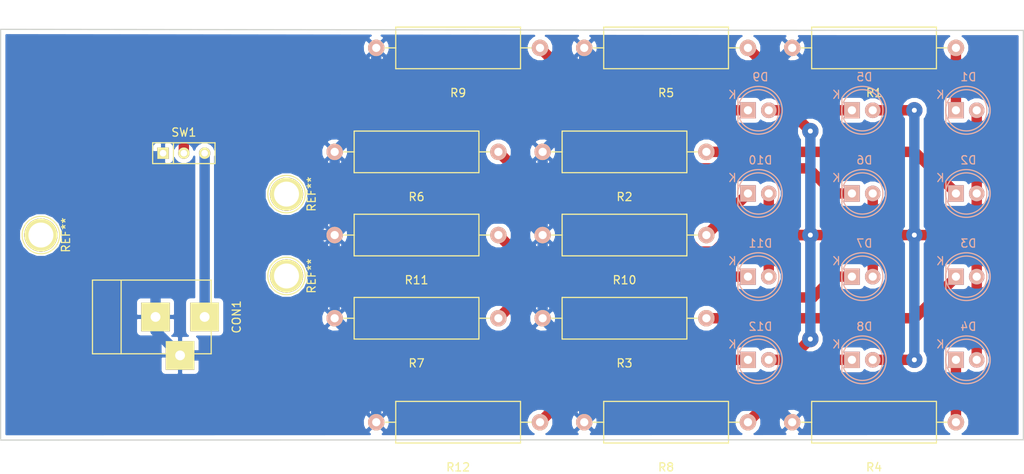
<source format=kicad_pcb>
(kicad_pcb (version 4) (host pcbnew "(2015-12-07 BZR 6352)-product")

  (general
    (links 39)
    (no_connects 0)
    (area -4.16726 -130.075001 54.5151 0.075001)
    (thickness 1.6)
    (drawings 6)
    (tracks 98)
    (zones 0)
    (modules 29)
    (nets 16)
  )

  (page A4)
  (layers
    (0 F.Cu signal)
    (31 B.Cu signal)
    (32 B.Adhes user)
    (33 F.Adhes user)
    (34 B.Paste user)
    (35 F.Paste user)
    (36 B.SilkS user)
    (37 F.SilkS user)
    (38 B.Mask user)
    (39 F.Mask user)
    (40 Dwgs.User user)
    (41 Cmts.User user)
    (42 Eco1.User user)
    (43 Eco2.User user)
    (44 Edge.Cuts user)
    (45 Margin user)
    (46 B.CrtYd user)
    (47 F.CrtYd user)
    (48 B.Fab user)
    (49 F.Fab user)
  )

  (setup
    (last_trace_width 0.381)
    (user_trace_width 0.508)
    (user_trace_width 0.635)
    (user_trace_width 1.27)
    (trace_clearance 0.381)
    (zone_clearance 0.508)
    (zone_45_only no)
    (trace_min 0.2)
    (segment_width 0.2)
    (edge_width 0.15)
    (via_size 2)
    (via_drill 0.6)
    (via_min_size 0.4)
    (via_min_drill 0.3)
    (uvia_size 0.3)
    (uvia_drill 0.1)
    (uvias_allowed no)
    (uvia_min_size 0)
    (uvia_min_drill 0)
    (pcb_text_width 0.3)
    (pcb_text_size 1.5 1.5)
    (mod_edge_width 0.15)
    (mod_text_size 1 1)
    (mod_text_width 0.15)
    (pad_size 3.50012 3.50012)
    (pad_drill 1.2)
    (pad_to_mask_clearance 0.2)
    (aux_axis_origin 0 0)
    (visible_elements FFFFFF7F)
    (pcbplotparams
      (layerselection 0x01000_80000001)
      (usegerberextensions false)
      (excludeedgelayer true)
      (linewidth 0.100000)
      (plotframeref false)
      (viasonmask false)
      (mode 1)
      (useauxorigin false)
      (hpglpennumber 1)
      (hpglpenspeed 20)
      (hpglpendiameter 15)
      (hpglpenoverlay 2)
      (psnegative false)
      (psa4output false)
      (plotreference true)
      (plotvalue true)
      (plotinvisibletext false)
      (padsonsilk false)
      (subtractmaskfromsilk false)
      (outputformat 1)
      (mirror false)
      (drillshape 0)
      (scaleselection 1)
      (outputdirectory ""))
  )

  (net 0 "")
  (net 1 +5V)
  (net 2 GND)
  (net 3 "Net-(D1-Pad1)")
  (net 4 "Net-(D1-Pad2)")
  (net 5 "Net-(D2-Pad1)")
  (net 6 "Net-(D3-Pad1)")
  (net 7 "Net-(D4-Pad1)")
  (net 8 "Net-(D5-Pad1)")
  (net 9 "Net-(D6-Pad1)")
  (net 10 "Net-(D7-Pad1)")
  (net 11 "Net-(D8-Pad1)")
  (net 12 "Net-(D9-Pad1)")
  (net 13 "Net-(D10-Pad1)")
  (net 14 "Net-(D11-Pad1)")
  (net 15 "Net-(D12-Pad1)")

  (net_class Default "This is the default net class."
    (clearance 0.381)
    (trace_width 0.381)
    (via_dia 2)
    (via_drill 0.6)
    (uvia_dia 0.3)
    (uvia_drill 0.1)
    (add_net +5V)
    (add_net GND)
    (add_net "Net-(D1-Pad1)")
    (add_net "Net-(D1-Pad2)")
    (add_net "Net-(D10-Pad1)")
    (add_net "Net-(D11-Pad1)")
    (add_net "Net-(D12-Pad1)")
    (add_net "Net-(D2-Pad1)")
    (add_net "Net-(D3-Pad1)")
    (add_net "Net-(D4-Pad1)")
    (add_net "Net-(D5-Pad1)")
    (add_net "Net-(D6-Pad1)")
    (add_net "Net-(D7-Pad1)")
    (add_net "Net-(D8-Pad1)")
    (add_net "Net-(D9-Pad1)")
  )

  (module Connect:BARREL_JACK (layer F.Cu) (tedit 56C27759) (tstamp 56C2D8E7)
    (at 18.71986 -15.038)
    (descr "DC Barrel Jack")
    (tags "Power Jack")
    (path /56C2721A)
    (fp_text reference CON1 (at 10.09904 0 90) (layer F.SilkS)
      (effects (font (size 1 1) (thickness 0.15)))
    )
    (fp_text value BARREL_JACK (at 0 -5.99948) (layer F.Fab)
      (effects (font (size 1 1) (thickness 0.15)))
    )
    (fp_line (start -4.0005 -4.50088) (end -4.0005 4.50088) (layer F.SilkS) (width 0.15))
    (fp_line (start -7.50062 -4.50088) (end -7.50062 4.50088) (layer F.SilkS) (width 0.15))
    (fp_line (start -7.50062 4.50088) (end 7.00024 4.50088) (layer F.SilkS) (width 0.15))
    (fp_line (start 7.00024 4.50088) (end 7.00024 -4.50088) (layer F.SilkS) (width 0.15))
    (fp_line (start 7.00024 -4.50088) (end -7.50062 -4.50088) (layer F.SilkS) (width 0.15))
    (pad 1 thru_hole rect (at 6.20014 0) (size 3.50012 3.50012) (drill 1.2) (layers *.Cu *.Mask F.SilkS)
      (net 1 +5V))
    (pad 2 thru_hole rect (at 0.20066 0) (size 3.50012 3.50012) (drill 1.2) (layers *.Cu *.Mask F.SilkS)
      (net 2 GND))
    (pad 3 thru_hole rect (at 3.2004 4.699) (size 3.50012 3.50012) (drill 1.2) (layers *.Cu *.Mask F.SilkS)
      (net 2 GND))
  )

  (module Buttons_Switches_ThroughHole:SW_Micro_SPST (layer F.Cu) (tedit 54BFC180) (tstamp 56C2D9B3)
    (at 22.38 -35.038)
    (tags "Switch Micro SPST")
    (path /56C273D4)
    (fp_text reference SW1 (at 0 -2.54) (layer F.SilkS)
      (effects (font (size 1 1) (thickness 0.15)))
    )
    (fp_text value SWITCH_INV (at 0.025 2.45) (layer F.Fab)
      (effects (font (size 1 1) (thickness 0.15)))
    )
    (fp_line (start -3.81 1.27) (end -3.81 -1.27) (layer F.SilkS) (width 0.15))
    (fp_line (start -3.81 -1.27) (end 3.81 -1.27) (layer F.SilkS) (width 0.15))
    (fp_line (start 3.81 -1.27) (end 3.81 1.27) (layer F.SilkS) (width 0.15))
    (fp_line (start 3.81 1.27) (end -3.81 1.27) (layer F.SilkS) (width 0.15))
    (fp_line (start -1.27 -1.27) (end -1.27 1.27) (layer F.SilkS) (width 0.15))
    (pad 1 thru_hole rect (at -2.54 0) (size 1.397 1.397) (drill 0.8128) (layers *.Cu *.Mask F.SilkS)
      (net 2 GND))
    (pad 2 thru_hole circle (at 0 0) (size 1.397 1.397) (drill 0.8128) (layers *.Cu *.Mask F.SilkS)
      (net 4 "Net-(D1-Pad2)"))
    (pad 3 thru_hole circle (at 2.54 0) (size 1.397 1.397) (drill 0.8128) (layers *.Cu *.Mask F.SilkS)
      (net 1 +5V))
    (model Buttons_Switches_ThroughHole.3dshapes/SW_Micro_SPST.wrl
      (at (xyz 0 0 0))
      (scale (xyz 0.33 0.33 0.33))
      (rotate (xyz 0 0 0))
    )
  )

  (module LEDs:LED-5MM (layer B.Cu) (tedit 5570F7EA) (tstamp 56C30DF5)
    (at 116.68 -40.278)
    (descr "LED 5mm round vertical")
    (tags "LED 5mm round vertical")
    (path /56C27504)
    (fp_text reference D1 (at 1.524 -4.064) (layer B.SilkS)
      (effects (font (size 1 1) (thickness 0.15)) (justify mirror))
    )
    (fp_text value LED (at 1.524 3.937) (layer B.Fab)
      (effects (font (size 1 1) (thickness 0.15)) (justify mirror))
    )
    (fp_line (start -1.5 1.55) (end -1.5 -1.55) (layer B.CrtYd) (width 0.05))
    (fp_arc (start 1.3 0) (end -1.5 -1.55) (angle 302) (layer B.CrtYd) (width 0.05))
    (fp_arc (start 1.27 0) (end -1.23 1.5) (angle -297.5) (layer B.SilkS) (width 0.15))
    (fp_line (start -1.23 -1.5) (end -1.23 1.5) (layer B.SilkS) (width 0.15))
    (fp_circle (center 1.27 0) (end 0.97 2.5) (layer B.SilkS) (width 0.15))
    (fp_text user K (at -1.905 -1.905) (layer B.SilkS)
      (effects (font (size 1 1) (thickness 0.15)) (justify mirror))
    )
    (pad 1 thru_hole rect (at 0 0 270) (size 2 1.9) (drill 1.00076) (layers *.Cu *.Mask B.SilkS)
      (net 3 "Net-(D1-Pad1)"))
    (pad 2 thru_hole circle (at 2.54 0) (size 1.9 1.9) (drill 1.00076) (layers *.Cu *.Mask B.SilkS)
      (net 4 "Net-(D1-Pad2)"))
    (model LEDs.3dshapes/LED-5MM.wrl
      (at (xyz 0.05 0 0))
      (scale (xyz 1 1 1))
      (rotate (xyz 0 0 90))
    )
  )

  (module LEDs:LED-5MM (layer B.Cu) (tedit 5570F7EA) (tstamp 56C30DFA)
    (at 116.68 -30.118)
    (descr "LED 5mm round vertical")
    (tags "LED 5mm round vertical")
    (path /56C2767A)
    (fp_text reference D2 (at 1.524 -4.064) (layer B.SilkS)
      (effects (font (size 1 1) (thickness 0.15)) (justify mirror))
    )
    (fp_text value LED (at 1.524 3.937) (layer B.Fab)
      (effects (font (size 1 1) (thickness 0.15)) (justify mirror))
    )
    (fp_line (start -1.5 1.55) (end -1.5 -1.55) (layer B.CrtYd) (width 0.05))
    (fp_arc (start 1.3 0) (end -1.5 -1.55) (angle 302) (layer B.CrtYd) (width 0.05))
    (fp_arc (start 1.27 0) (end -1.23 1.5) (angle -297.5) (layer B.SilkS) (width 0.15))
    (fp_line (start -1.23 -1.5) (end -1.23 1.5) (layer B.SilkS) (width 0.15))
    (fp_circle (center 1.27 0) (end 0.97 2.5) (layer B.SilkS) (width 0.15))
    (fp_text user K (at -1.905 -1.905) (layer B.SilkS)
      (effects (font (size 1 1) (thickness 0.15)) (justify mirror))
    )
    (pad 1 thru_hole rect (at 0 0 270) (size 2 1.9) (drill 1.00076) (layers *.Cu *.Mask B.SilkS)
      (net 5 "Net-(D2-Pad1)"))
    (pad 2 thru_hole circle (at 2.54 0) (size 1.9 1.9) (drill 1.00076) (layers *.Cu *.Mask B.SilkS)
      (net 4 "Net-(D1-Pad2)"))
    (model LEDs.3dshapes/LED-5MM.wrl
      (at (xyz 0.05 0 0))
      (scale (xyz 1 1 1))
      (rotate (xyz 0 0 90))
    )
  )

  (module LEDs:LED-5MM (layer B.Cu) (tedit 5570F7EA) (tstamp 56C30DFF)
    (at 116.68 -19.958)
    (descr "LED 5mm round vertical")
    (tags "LED 5mm round vertical")
    (path /56C27742)
    (fp_text reference D3 (at 1.524 -4.064) (layer B.SilkS)
      (effects (font (size 1 1) (thickness 0.15)) (justify mirror))
    )
    (fp_text value LED (at 1.524 3.937) (layer B.Fab)
      (effects (font (size 1 1) (thickness 0.15)) (justify mirror))
    )
    (fp_line (start -1.5 1.55) (end -1.5 -1.55) (layer B.CrtYd) (width 0.05))
    (fp_arc (start 1.3 0) (end -1.5 -1.55) (angle 302) (layer B.CrtYd) (width 0.05))
    (fp_arc (start 1.27 0) (end -1.23 1.5) (angle -297.5) (layer B.SilkS) (width 0.15))
    (fp_line (start -1.23 -1.5) (end -1.23 1.5) (layer B.SilkS) (width 0.15))
    (fp_circle (center 1.27 0) (end 0.97 2.5) (layer B.SilkS) (width 0.15))
    (fp_text user K (at -1.905 -1.905) (layer B.SilkS)
      (effects (font (size 1 1) (thickness 0.15)) (justify mirror))
    )
    (pad 1 thru_hole rect (at 0 0 270) (size 2 1.9) (drill 1.00076) (layers *.Cu *.Mask B.SilkS)
      (net 6 "Net-(D3-Pad1)"))
    (pad 2 thru_hole circle (at 2.54 0) (size 1.9 1.9) (drill 1.00076) (layers *.Cu *.Mask B.SilkS)
      (net 4 "Net-(D1-Pad2)"))
    (model LEDs.3dshapes/LED-5MM.wrl
      (at (xyz 0.05 0 0))
      (scale (xyz 1 1 1))
      (rotate (xyz 0 0 90))
    )
  )

  (module LEDs:LED-5MM (layer B.Cu) (tedit 5570F7EA) (tstamp 56C30E04)
    (at 116.68 -9.798)
    (descr "LED 5mm round vertical")
    (tags "LED 5mm round vertical")
    (path /56C27756)
    (fp_text reference D4 (at 1.524 -4.064) (layer B.SilkS)
      (effects (font (size 1 1) (thickness 0.15)) (justify mirror))
    )
    (fp_text value LED (at 1.524 3.937) (layer B.Fab)
      (effects (font (size 1 1) (thickness 0.15)) (justify mirror))
    )
    (fp_line (start -1.5 1.55) (end -1.5 -1.55) (layer B.CrtYd) (width 0.05))
    (fp_arc (start 1.3 0) (end -1.5 -1.55) (angle 302) (layer B.CrtYd) (width 0.05))
    (fp_arc (start 1.27 0) (end -1.23 1.5) (angle -297.5) (layer B.SilkS) (width 0.15))
    (fp_line (start -1.23 -1.5) (end -1.23 1.5) (layer B.SilkS) (width 0.15))
    (fp_circle (center 1.27 0) (end 0.97 2.5) (layer B.SilkS) (width 0.15))
    (fp_text user K (at -1.905 -1.905) (layer B.SilkS)
      (effects (font (size 1 1) (thickness 0.15)) (justify mirror))
    )
    (pad 1 thru_hole rect (at 0 0 270) (size 2 1.9) (drill 1.00076) (layers *.Cu *.Mask B.SilkS)
      (net 7 "Net-(D4-Pad1)"))
    (pad 2 thru_hole circle (at 2.54 0) (size 1.9 1.9) (drill 1.00076) (layers *.Cu *.Mask B.SilkS)
      (net 4 "Net-(D1-Pad2)"))
    (model LEDs.3dshapes/LED-5MM.wrl
      (at (xyz 0.05 0 0))
      (scale (xyz 1 1 1))
      (rotate (xyz 0 0 90))
    )
  )

  (module LEDs:LED-5MM (layer B.Cu) (tedit 5570F7EA) (tstamp 56C30E09)
    (at 103.98 -40.278)
    (descr "LED 5mm round vertical")
    (tags "LED 5mm round vertical")
    (path /56C2783E)
    (fp_text reference D5 (at 1.524 -4.064) (layer B.SilkS)
      (effects (font (size 1 1) (thickness 0.15)) (justify mirror))
    )
    (fp_text value LED (at 1.524 3.937) (layer B.Fab)
      (effects (font (size 1 1) (thickness 0.15)) (justify mirror))
    )
    (fp_line (start -1.5 1.55) (end -1.5 -1.55) (layer B.CrtYd) (width 0.05))
    (fp_arc (start 1.3 0) (end -1.5 -1.55) (angle 302) (layer B.CrtYd) (width 0.05))
    (fp_arc (start 1.27 0) (end -1.23 1.5) (angle -297.5) (layer B.SilkS) (width 0.15))
    (fp_line (start -1.23 -1.5) (end -1.23 1.5) (layer B.SilkS) (width 0.15))
    (fp_circle (center 1.27 0) (end 0.97 2.5) (layer B.SilkS) (width 0.15))
    (fp_text user K (at -1.905 -1.905) (layer B.SilkS)
      (effects (font (size 1 1) (thickness 0.15)) (justify mirror))
    )
    (pad 1 thru_hole rect (at 0 0 270) (size 2 1.9) (drill 1.00076) (layers *.Cu *.Mask B.SilkS)
      (net 8 "Net-(D5-Pad1)"))
    (pad 2 thru_hole circle (at 2.54 0) (size 1.9 1.9) (drill 1.00076) (layers *.Cu *.Mask B.SilkS)
      (net 4 "Net-(D1-Pad2)"))
    (model LEDs.3dshapes/LED-5MM.wrl
      (at (xyz 0.05 0 0))
      (scale (xyz 1 1 1))
      (rotate (xyz 0 0 90))
    )
  )

  (module LEDs:LED-5MM (layer B.Cu) (tedit 5570F7EA) (tstamp 56C30E0E)
    (at 103.98 -30.118)
    (descr "LED 5mm round vertical")
    (tags "LED 5mm round vertical")
    (path /56C27852)
    (fp_text reference D6 (at 1.524 -4.064) (layer B.SilkS)
      (effects (font (size 1 1) (thickness 0.15)) (justify mirror))
    )
    (fp_text value LED (at 1.524 3.937) (layer B.Fab)
      (effects (font (size 1 1) (thickness 0.15)) (justify mirror))
    )
    (fp_line (start -1.5 1.55) (end -1.5 -1.55) (layer B.CrtYd) (width 0.05))
    (fp_arc (start 1.3 0) (end -1.5 -1.55) (angle 302) (layer B.CrtYd) (width 0.05))
    (fp_arc (start 1.27 0) (end -1.23 1.5) (angle -297.5) (layer B.SilkS) (width 0.15))
    (fp_line (start -1.23 -1.5) (end -1.23 1.5) (layer B.SilkS) (width 0.15))
    (fp_circle (center 1.27 0) (end 0.97 2.5) (layer B.SilkS) (width 0.15))
    (fp_text user K (at -1.905 -1.905) (layer B.SilkS)
      (effects (font (size 1 1) (thickness 0.15)) (justify mirror))
    )
    (pad 1 thru_hole rect (at 0 0 270) (size 2 1.9) (drill 1.00076) (layers *.Cu *.Mask B.SilkS)
      (net 9 "Net-(D6-Pad1)"))
    (pad 2 thru_hole circle (at 2.54 0) (size 1.9 1.9) (drill 1.00076) (layers *.Cu *.Mask B.SilkS)
      (net 4 "Net-(D1-Pad2)"))
    (model LEDs.3dshapes/LED-5MM.wrl
      (at (xyz 0.05 0 0))
      (scale (xyz 1 1 1))
      (rotate (xyz 0 0 90))
    )
  )

  (module LEDs:LED-5MM (layer B.Cu) (tedit 5570F7EA) (tstamp 56C30E13)
    (at 103.98 -19.958)
    (descr "LED 5mm round vertical")
    (tags "LED 5mm round vertical")
    (path /56C27866)
    (fp_text reference D7 (at 1.524 -4.064) (layer B.SilkS)
      (effects (font (size 1 1) (thickness 0.15)) (justify mirror))
    )
    (fp_text value LED (at 1.524 3.937) (layer B.Fab)
      (effects (font (size 1 1) (thickness 0.15)) (justify mirror))
    )
    (fp_line (start -1.5 1.55) (end -1.5 -1.55) (layer B.CrtYd) (width 0.05))
    (fp_arc (start 1.3 0) (end -1.5 -1.55) (angle 302) (layer B.CrtYd) (width 0.05))
    (fp_arc (start 1.27 0) (end -1.23 1.5) (angle -297.5) (layer B.SilkS) (width 0.15))
    (fp_line (start -1.23 -1.5) (end -1.23 1.5) (layer B.SilkS) (width 0.15))
    (fp_circle (center 1.27 0) (end 0.97 2.5) (layer B.SilkS) (width 0.15))
    (fp_text user K (at -1.905 -1.905) (layer B.SilkS)
      (effects (font (size 1 1) (thickness 0.15)) (justify mirror))
    )
    (pad 1 thru_hole rect (at 0 0 270) (size 2 1.9) (drill 1.00076) (layers *.Cu *.Mask B.SilkS)
      (net 10 "Net-(D7-Pad1)"))
    (pad 2 thru_hole circle (at 2.54 0) (size 1.9 1.9) (drill 1.00076) (layers *.Cu *.Mask B.SilkS)
      (net 4 "Net-(D1-Pad2)"))
    (model LEDs.3dshapes/LED-5MM.wrl
      (at (xyz 0.05 0 0))
      (scale (xyz 1 1 1))
      (rotate (xyz 0 0 90))
    )
  )

  (module LEDs:LED-5MM (layer B.Cu) (tedit 5570F7EA) (tstamp 56C30E18)
    (at 103.98 -9.798)
    (descr "LED 5mm round vertical")
    (tags "LED 5mm round vertical")
    (path /56C2787A)
    (fp_text reference D8 (at 1.524 -4.064) (layer B.SilkS)
      (effects (font (size 1 1) (thickness 0.15)) (justify mirror))
    )
    (fp_text value LED (at 1.524 3.937) (layer B.Fab)
      (effects (font (size 1 1) (thickness 0.15)) (justify mirror))
    )
    (fp_line (start -1.5 1.55) (end -1.5 -1.55) (layer B.CrtYd) (width 0.05))
    (fp_arc (start 1.3 0) (end -1.5 -1.55) (angle 302) (layer B.CrtYd) (width 0.05))
    (fp_arc (start 1.27 0) (end -1.23 1.5) (angle -297.5) (layer B.SilkS) (width 0.15))
    (fp_line (start -1.23 -1.5) (end -1.23 1.5) (layer B.SilkS) (width 0.15))
    (fp_circle (center 1.27 0) (end 0.97 2.5) (layer B.SilkS) (width 0.15))
    (fp_text user K (at -1.905 -1.905) (layer B.SilkS)
      (effects (font (size 1 1) (thickness 0.15)) (justify mirror))
    )
    (pad 1 thru_hole rect (at 0 0 270) (size 2 1.9) (drill 1.00076) (layers *.Cu *.Mask B.SilkS)
      (net 11 "Net-(D8-Pad1)"))
    (pad 2 thru_hole circle (at 2.54 0) (size 1.9 1.9) (drill 1.00076) (layers *.Cu *.Mask B.SilkS)
      (net 4 "Net-(D1-Pad2)"))
    (model LEDs.3dshapes/LED-5MM.wrl
      (at (xyz 0.05 0 0))
      (scale (xyz 1 1 1))
      (rotate (xyz 0 0 90))
    )
  )

  (module LEDs:LED-5MM (layer B.Cu) (tedit 5570F7EA) (tstamp 56C30E1D)
    (at 91.28 -40.278)
    (descr "LED 5mm round vertical")
    (tags "LED 5mm round vertical")
    (path /56C27C14)
    (fp_text reference D9 (at 1.524 -4.064) (layer B.SilkS)
      (effects (font (size 1 1) (thickness 0.15)) (justify mirror))
    )
    (fp_text value LED (at 1.524 3.937) (layer B.Fab)
      (effects (font (size 1 1) (thickness 0.15)) (justify mirror))
    )
    (fp_line (start -1.5 1.55) (end -1.5 -1.55) (layer B.CrtYd) (width 0.05))
    (fp_arc (start 1.3 0) (end -1.5 -1.55) (angle 302) (layer B.CrtYd) (width 0.05))
    (fp_arc (start 1.27 0) (end -1.23 1.5) (angle -297.5) (layer B.SilkS) (width 0.15))
    (fp_line (start -1.23 -1.5) (end -1.23 1.5) (layer B.SilkS) (width 0.15))
    (fp_circle (center 1.27 0) (end 0.97 2.5) (layer B.SilkS) (width 0.15))
    (fp_text user K (at -1.905 -1.905) (layer B.SilkS)
      (effects (font (size 1 1) (thickness 0.15)) (justify mirror))
    )
    (pad 1 thru_hole rect (at 0 0 270) (size 2 1.9) (drill 1.00076) (layers *.Cu *.Mask B.SilkS)
      (net 12 "Net-(D9-Pad1)"))
    (pad 2 thru_hole circle (at 2.54 0) (size 1.9 1.9) (drill 1.00076) (layers *.Cu *.Mask B.SilkS)
      (net 4 "Net-(D1-Pad2)"))
    (model LEDs.3dshapes/LED-5MM.wrl
      (at (xyz 0.05 0 0))
      (scale (xyz 1 1 1))
      (rotate (xyz 0 0 90))
    )
  )

  (module LEDs:LED-5MM (layer B.Cu) (tedit 5570F7EA) (tstamp 56C30E22)
    (at 91.28 -30.118)
    (descr "LED 5mm round vertical")
    (tags "LED 5mm round vertical")
    (path /56C27C28)
    (fp_text reference D10 (at 1.524 -4.064) (layer B.SilkS)
      (effects (font (size 1 1) (thickness 0.15)) (justify mirror))
    )
    (fp_text value LED (at 1.524 3.937) (layer B.Fab)
      (effects (font (size 1 1) (thickness 0.15)) (justify mirror))
    )
    (fp_line (start -1.5 1.55) (end -1.5 -1.55) (layer B.CrtYd) (width 0.05))
    (fp_arc (start 1.3 0) (end -1.5 -1.55) (angle 302) (layer B.CrtYd) (width 0.05))
    (fp_arc (start 1.27 0) (end -1.23 1.5) (angle -297.5) (layer B.SilkS) (width 0.15))
    (fp_line (start -1.23 -1.5) (end -1.23 1.5) (layer B.SilkS) (width 0.15))
    (fp_circle (center 1.27 0) (end 0.97 2.5) (layer B.SilkS) (width 0.15))
    (fp_text user K (at -1.905 -1.905) (layer B.SilkS)
      (effects (font (size 1 1) (thickness 0.15)) (justify mirror))
    )
    (pad 1 thru_hole rect (at 0 0 270) (size 2 1.9) (drill 1.00076) (layers *.Cu *.Mask B.SilkS)
      (net 13 "Net-(D10-Pad1)"))
    (pad 2 thru_hole circle (at 2.54 0) (size 1.9 1.9) (drill 1.00076) (layers *.Cu *.Mask B.SilkS)
      (net 4 "Net-(D1-Pad2)"))
    (model LEDs.3dshapes/LED-5MM.wrl
      (at (xyz 0.05 0 0))
      (scale (xyz 1 1 1))
      (rotate (xyz 0 0 90))
    )
  )

  (module LEDs:LED-5MM (layer B.Cu) (tedit 5570F7EA) (tstamp 56C30E27)
    (at 91.28 -19.958)
    (descr "LED 5mm round vertical")
    (tags "LED 5mm round vertical")
    (path /56C27C3C)
    (fp_text reference D11 (at 1.524 -4.064) (layer B.SilkS)
      (effects (font (size 1 1) (thickness 0.15)) (justify mirror))
    )
    (fp_text value LED (at 1.524 3.937) (layer B.Fab)
      (effects (font (size 1 1) (thickness 0.15)) (justify mirror))
    )
    (fp_line (start -1.5 1.55) (end -1.5 -1.55) (layer B.CrtYd) (width 0.05))
    (fp_arc (start 1.3 0) (end -1.5 -1.55) (angle 302) (layer B.CrtYd) (width 0.05))
    (fp_arc (start 1.27 0) (end -1.23 1.5) (angle -297.5) (layer B.SilkS) (width 0.15))
    (fp_line (start -1.23 -1.5) (end -1.23 1.5) (layer B.SilkS) (width 0.15))
    (fp_circle (center 1.27 0) (end 0.97 2.5) (layer B.SilkS) (width 0.15))
    (fp_text user K (at -1.905 -1.905) (layer B.SilkS)
      (effects (font (size 1 1) (thickness 0.15)) (justify mirror))
    )
    (pad 1 thru_hole rect (at 0 0 270) (size 2 1.9) (drill 1.00076) (layers *.Cu *.Mask B.SilkS)
      (net 14 "Net-(D11-Pad1)"))
    (pad 2 thru_hole circle (at 2.54 0) (size 1.9 1.9) (drill 1.00076) (layers *.Cu *.Mask B.SilkS)
      (net 4 "Net-(D1-Pad2)"))
    (model LEDs.3dshapes/LED-5MM.wrl
      (at (xyz 0.05 0 0))
      (scale (xyz 1 1 1))
      (rotate (xyz 0 0 90))
    )
  )

  (module LEDs:LED-5MM (layer B.Cu) (tedit 5570F7EA) (tstamp 56C30E2C)
    (at 91.28 -9.798)
    (descr "LED 5mm round vertical")
    (tags "LED 5mm round vertical")
    (path /56C27C50)
    (fp_text reference D12 (at 1.524 -4.064) (layer B.SilkS)
      (effects (font (size 1 1) (thickness 0.15)) (justify mirror))
    )
    (fp_text value LED (at 1.524 3.937) (layer B.Fab)
      (effects (font (size 1 1) (thickness 0.15)) (justify mirror))
    )
    (fp_line (start -1.5 1.55) (end -1.5 -1.55) (layer B.CrtYd) (width 0.05))
    (fp_arc (start 1.3 0) (end -1.5 -1.55) (angle 302) (layer B.CrtYd) (width 0.05))
    (fp_arc (start 1.27 0) (end -1.23 1.5) (angle -297.5) (layer B.SilkS) (width 0.15))
    (fp_line (start -1.23 -1.5) (end -1.23 1.5) (layer B.SilkS) (width 0.15))
    (fp_circle (center 1.27 0) (end 0.97 2.5) (layer B.SilkS) (width 0.15))
    (fp_text user K (at -1.905 -1.905) (layer B.SilkS)
      (effects (font (size 1 1) (thickness 0.15)) (justify mirror))
    )
    (pad 1 thru_hole rect (at 0 0 270) (size 2 1.9) (drill 1.00076) (layers *.Cu *.Mask B.SilkS)
      (net 15 "Net-(D12-Pad1)"))
    (pad 2 thru_hole circle (at 2.54 0) (size 1.9 1.9) (drill 1.00076) (layers *.Cu *.Mask B.SilkS)
      (net 4 "Net-(D1-Pad2)"))
    (model LEDs.3dshapes/LED-5MM.wrl
      (at (xyz 0.05 0 0))
      (scale (xyz 1 1 1))
      (rotate (xyz 0 0 90))
    )
  )

  (module Connect:1pin (layer F.Cu) (tedit 0) (tstamp 56C30E36)
    (at 4.92 -25.038 270)
    (descr "module 1 pin (ou trou mecanique de percage)")
    (tags DEV)
    (fp_text reference REF** (at 0 -3.048 270) (layer F.SilkS)
      (effects (font (size 1 1) (thickness 0.15)))
    )
    (fp_text value 1pin (at 0 2.794 270) (layer F.Fab)
      (effects (font (size 1 1) (thickness 0.15)))
    )
    (fp_circle (center 0 0) (end 0 -2.286) (layer F.SilkS) (width 0.15))
    (pad 1 thru_hole circle (at 0 0 270) (size 4.064 4.064) (drill 3.048) (layers *.Cu *.Mask F.SilkS))
  )

  (module Connect:1pin (layer F.Cu) (tedit 0) (tstamp 56C30E3C)
    (at 34.92 -30.038 270)
    (descr "module 1 pin (ou trou mecanique de percage)")
    (tags DEV)
    (fp_text reference REF** (at 0 -3.048 270) (layer F.SilkS)
      (effects (font (size 1 1) (thickness 0.15)))
    )
    (fp_text value 1pin (at 0 2.794 270) (layer F.Fab)
      (effects (font (size 1 1) (thickness 0.15)))
    )
    (fp_circle (center 0 0) (end 0 -2.286) (layer F.SilkS) (width 0.15))
    (pad 1 thru_hole circle (at 0 0 270) (size 4.064 4.064) (drill 3.048) (layers *.Cu *.Mask F.SilkS))
  )

  (module Connect:1pin (layer F.Cu) (tedit 0) (tstamp 56C30E42)
    (at 34.92 -20.038 270)
    (descr "module 1 pin (ou trou mecanique de percage)")
    (tags DEV)
    (fp_text reference REF** (at 0 -3.048 270) (layer F.SilkS)
      (effects (font (size 1 1) (thickness 0.15)))
    )
    (fp_text value 1pin (at 0 2.794 270) (layer F.Fab)
      (effects (font (size 1 1) (thickness 0.15)))
    )
    (fp_circle (center 0 0) (end 0 -2.286) (layer F.SilkS) (width 0.15))
    (pad 1 thru_hole circle (at 0 0 270) (size 4.064 4.064) (drill 3.048) (layers *.Cu *.Mask F.SilkS))
  )

  (module Resistors_ThroughHole:Resistor_Horizontal_RM20mm (layer F.Cu) (tedit 53F56317) (tstamp 56C3422F)
    (at 106.68 -47.898 180)
    (descr "Resistor, Axial, RM 20mm,")
    (tags "Resistor, Axial, RM 20mm,")
    (path /56C2755A)
    (fp_text reference R1 (at 0 -5.4991 180) (layer F.SilkS)
      (effects (font (size 1 1) (thickness 0.15)))
    )
    (fp_text value 70R (at 0 5.00126 180) (layer F.Fab)
      (effects (font (size 1 1) (thickness 0.15)))
    )
    (fp_line (start -7.62 -2.54) (end -7.62 2.54) (layer F.SilkS) (width 0.15))
    (fp_line (start -7.62 2.54) (end 7.62 2.54) (layer F.SilkS) (width 0.15))
    (fp_line (start 7.62 2.54) (end 7.62 0) (layer F.SilkS) (width 0.15))
    (fp_line (start 7.62 0) (end 7.62 -2.54) (layer F.SilkS) (width 0.15))
    (fp_line (start 7.62 -2.54) (end -7.62 -2.54) (layer F.SilkS) (width 0.15))
    (fp_line (start 8.89 0) (end 7.62 0) (layer F.SilkS) (width 0.15))
    (fp_line (start -8.89 0) (end -7.62 0) (layer F.SilkS) (width 0.15))
    (pad 1 thru_hole circle (at -10 0 180) (size 1.99898 1.99898) (drill 1.00076) (layers *.Cu *.SilkS *.Mask)
      (net 3 "Net-(D1-Pad1)"))
    (pad 2 thru_hole circle (at 10 0 180) (size 1.99898 1.99898) (drill 1.00076) (layers *.Cu *.SilkS *.Mask)
      (net 2 GND))
    (model Resistors_ThroughHole.3dshapes/Resistor_Horizontal_RM20mm.wrl
      (at (xyz 0 0 0))
      (scale (xyz 0.4 0.4 0.4))
      (rotate (xyz 0 0 0))
    )
  )

  (module Resistors_ThroughHole:Resistor_Horizontal_RM20mm (layer F.Cu) (tedit 53F56317) (tstamp 56C34234)
    (at 76.2 -35.198 180)
    (descr "Resistor, Axial, RM 20mm,")
    (tags "Resistor, Axial, RM 20mm,")
    (path /56C27680)
    (fp_text reference R2 (at 0 -5.4991 180) (layer F.SilkS)
      (effects (font (size 1 1) (thickness 0.15)))
    )
    (fp_text value 70R (at 0 5.00126 180) (layer F.Fab)
      (effects (font (size 1 1) (thickness 0.15)))
    )
    (fp_line (start -7.62 -2.54) (end -7.62 2.54) (layer F.SilkS) (width 0.15))
    (fp_line (start -7.62 2.54) (end 7.62 2.54) (layer F.SilkS) (width 0.15))
    (fp_line (start 7.62 2.54) (end 7.62 0) (layer F.SilkS) (width 0.15))
    (fp_line (start 7.62 0) (end 7.62 -2.54) (layer F.SilkS) (width 0.15))
    (fp_line (start 7.62 -2.54) (end -7.62 -2.54) (layer F.SilkS) (width 0.15))
    (fp_line (start 8.89 0) (end 7.62 0) (layer F.SilkS) (width 0.15))
    (fp_line (start -8.89 0) (end -7.62 0) (layer F.SilkS) (width 0.15))
    (pad 1 thru_hole circle (at -10 0 180) (size 1.99898 1.99898) (drill 1.00076) (layers *.Cu *.SilkS *.Mask)
      (net 5 "Net-(D2-Pad1)"))
    (pad 2 thru_hole circle (at 10 0 180) (size 1.99898 1.99898) (drill 1.00076) (layers *.Cu *.SilkS *.Mask)
      (net 2 GND))
    (model Resistors_ThroughHole.3dshapes/Resistor_Horizontal_RM20mm.wrl
      (at (xyz 0 0 0))
      (scale (xyz 0.4 0.4 0.4))
      (rotate (xyz 0 0 0))
    )
  )

  (module Resistors_ThroughHole:Resistor_Horizontal_RM20mm (layer F.Cu) (tedit 53F56317) (tstamp 56C34239)
    (at 76.2 -14.878 180)
    (descr "Resistor, Axial, RM 20mm,")
    (tags "Resistor, Axial, RM 20mm,")
    (path /56C27748)
    (fp_text reference R3 (at 0 -5.4991 180) (layer F.SilkS)
      (effects (font (size 1 1) (thickness 0.15)))
    )
    (fp_text value 70R (at 0 5.00126 180) (layer F.Fab)
      (effects (font (size 1 1) (thickness 0.15)))
    )
    (fp_line (start -7.62 -2.54) (end -7.62 2.54) (layer F.SilkS) (width 0.15))
    (fp_line (start -7.62 2.54) (end 7.62 2.54) (layer F.SilkS) (width 0.15))
    (fp_line (start 7.62 2.54) (end 7.62 0) (layer F.SilkS) (width 0.15))
    (fp_line (start 7.62 0) (end 7.62 -2.54) (layer F.SilkS) (width 0.15))
    (fp_line (start 7.62 -2.54) (end -7.62 -2.54) (layer F.SilkS) (width 0.15))
    (fp_line (start 8.89 0) (end 7.62 0) (layer F.SilkS) (width 0.15))
    (fp_line (start -8.89 0) (end -7.62 0) (layer F.SilkS) (width 0.15))
    (pad 1 thru_hole circle (at -10 0 180) (size 1.99898 1.99898) (drill 1.00076) (layers *.Cu *.SilkS *.Mask)
      (net 6 "Net-(D3-Pad1)"))
    (pad 2 thru_hole circle (at 10 0 180) (size 1.99898 1.99898) (drill 1.00076) (layers *.Cu *.SilkS *.Mask)
      (net 2 GND))
    (model Resistors_ThroughHole.3dshapes/Resistor_Horizontal_RM20mm.wrl
      (at (xyz 0 0 0))
      (scale (xyz 0.4 0.4 0.4))
      (rotate (xyz 0 0 0))
    )
  )

  (module Resistors_ThroughHole:Resistor_Horizontal_RM20mm (layer F.Cu) (tedit 53F56317) (tstamp 56C3423E)
    (at 106.68 -2.178 180)
    (descr "Resistor, Axial, RM 20mm,")
    (tags "Resistor, Axial, RM 20mm,")
    (path /56C2775C)
    (fp_text reference R4 (at 0 -5.4991 180) (layer F.SilkS)
      (effects (font (size 1 1) (thickness 0.15)))
    )
    (fp_text value 70R (at 0 5.00126 180) (layer F.Fab)
      (effects (font (size 1 1) (thickness 0.15)))
    )
    (fp_line (start -7.62 -2.54) (end -7.62 2.54) (layer F.SilkS) (width 0.15))
    (fp_line (start -7.62 2.54) (end 7.62 2.54) (layer F.SilkS) (width 0.15))
    (fp_line (start 7.62 2.54) (end 7.62 0) (layer F.SilkS) (width 0.15))
    (fp_line (start 7.62 0) (end 7.62 -2.54) (layer F.SilkS) (width 0.15))
    (fp_line (start 7.62 -2.54) (end -7.62 -2.54) (layer F.SilkS) (width 0.15))
    (fp_line (start 8.89 0) (end 7.62 0) (layer F.SilkS) (width 0.15))
    (fp_line (start -8.89 0) (end -7.62 0) (layer F.SilkS) (width 0.15))
    (pad 1 thru_hole circle (at -10 0 180) (size 1.99898 1.99898) (drill 1.00076) (layers *.Cu *.SilkS *.Mask)
      (net 7 "Net-(D4-Pad1)"))
    (pad 2 thru_hole circle (at 10 0 180) (size 1.99898 1.99898) (drill 1.00076) (layers *.Cu *.SilkS *.Mask)
      (net 2 GND))
    (model Resistors_ThroughHole.3dshapes/Resistor_Horizontal_RM20mm.wrl
      (at (xyz 0 0 0))
      (scale (xyz 0.4 0.4 0.4))
      (rotate (xyz 0 0 0))
    )
  )

  (module Resistors_ThroughHole:Resistor_Horizontal_RM20mm (layer F.Cu) (tedit 53F56317) (tstamp 56C34243)
    (at 81.28 -47.898 180)
    (descr "Resistor, Axial, RM 20mm,")
    (tags "Resistor, Axial, RM 20mm,")
    (path /56C27844)
    (fp_text reference R5 (at 0 -5.4991 180) (layer F.SilkS)
      (effects (font (size 1 1) (thickness 0.15)))
    )
    (fp_text value 70R (at 0 5.00126 180) (layer F.Fab)
      (effects (font (size 1 1) (thickness 0.15)))
    )
    (fp_line (start -7.62 -2.54) (end -7.62 2.54) (layer F.SilkS) (width 0.15))
    (fp_line (start -7.62 2.54) (end 7.62 2.54) (layer F.SilkS) (width 0.15))
    (fp_line (start 7.62 2.54) (end 7.62 0) (layer F.SilkS) (width 0.15))
    (fp_line (start 7.62 0) (end 7.62 -2.54) (layer F.SilkS) (width 0.15))
    (fp_line (start 7.62 -2.54) (end -7.62 -2.54) (layer F.SilkS) (width 0.15))
    (fp_line (start 8.89 0) (end 7.62 0) (layer F.SilkS) (width 0.15))
    (fp_line (start -8.89 0) (end -7.62 0) (layer F.SilkS) (width 0.15))
    (pad 1 thru_hole circle (at -10 0 180) (size 1.99898 1.99898) (drill 1.00076) (layers *.Cu *.SilkS *.Mask)
      (net 8 "Net-(D5-Pad1)"))
    (pad 2 thru_hole circle (at 10 0 180) (size 1.99898 1.99898) (drill 1.00076) (layers *.Cu *.SilkS *.Mask)
      (net 2 GND))
    (model Resistors_ThroughHole.3dshapes/Resistor_Horizontal_RM20mm.wrl
      (at (xyz 0 0 0))
      (scale (xyz 0.4 0.4 0.4))
      (rotate (xyz 0 0 0))
    )
  )

  (module Resistors_ThroughHole:Resistor_Horizontal_RM20mm (layer F.Cu) (tedit 53F56317) (tstamp 56C34248)
    (at 50.8 -35.198 180)
    (descr "Resistor, Axial, RM 20mm,")
    (tags "Resistor, Axial, RM 20mm,")
    (path /56C27858)
    (fp_text reference R6 (at 0 -5.4991 180) (layer F.SilkS)
      (effects (font (size 1 1) (thickness 0.15)))
    )
    (fp_text value 70R (at 0 5.00126 180) (layer F.Fab)
      (effects (font (size 1 1) (thickness 0.15)))
    )
    (fp_line (start -7.62 -2.54) (end -7.62 2.54) (layer F.SilkS) (width 0.15))
    (fp_line (start -7.62 2.54) (end 7.62 2.54) (layer F.SilkS) (width 0.15))
    (fp_line (start 7.62 2.54) (end 7.62 0) (layer F.SilkS) (width 0.15))
    (fp_line (start 7.62 0) (end 7.62 -2.54) (layer F.SilkS) (width 0.15))
    (fp_line (start 7.62 -2.54) (end -7.62 -2.54) (layer F.SilkS) (width 0.15))
    (fp_line (start 8.89 0) (end 7.62 0) (layer F.SilkS) (width 0.15))
    (fp_line (start -8.89 0) (end -7.62 0) (layer F.SilkS) (width 0.15))
    (pad 1 thru_hole circle (at -10 0 180) (size 1.99898 1.99898) (drill 1.00076) (layers *.Cu *.SilkS *.Mask)
      (net 9 "Net-(D6-Pad1)"))
    (pad 2 thru_hole circle (at 10 0 180) (size 1.99898 1.99898) (drill 1.00076) (layers *.Cu *.SilkS *.Mask)
      (net 2 GND))
    (model Resistors_ThroughHole.3dshapes/Resistor_Horizontal_RM20mm.wrl
      (at (xyz 0 0 0))
      (scale (xyz 0.4 0.4 0.4))
      (rotate (xyz 0 0 0))
    )
  )

  (module Resistors_ThroughHole:Resistor_Horizontal_RM20mm (layer F.Cu) (tedit 53F56317) (tstamp 56C3424D)
    (at 50.8 -14.878 180)
    (descr "Resistor, Axial, RM 20mm,")
    (tags "Resistor, Axial, RM 20mm,")
    (path /56C2786C)
    (fp_text reference R7 (at 0 -5.4991 180) (layer F.SilkS)
      (effects (font (size 1 1) (thickness 0.15)))
    )
    (fp_text value 70R (at 0 5.00126 180) (layer F.Fab)
      (effects (font (size 1 1) (thickness 0.15)))
    )
    (fp_line (start -7.62 -2.54) (end -7.62 2.54) (layer F.SilkS) (width 0.15))
    (fp_line (start -7.62 2.54) (end 7.62 2.54) (layer F.SilkS) (width 0.15))
    (fp_line (start 7.62 2.54) (end 7.62 0) (layer F.SilkS) (width 0.15))
    (fp_line (start 7.62 0) (end 7.62 -2.54) (layer F.SilkS) (width 0.15))
    (fp_line (start 7.62 -2.54) (end -7.62 -2.54) (layer F.SilkS) (width 0.15))
    (fp_line (start 8.89 0) (end 7.62 0) (layer F.SilkS) (width 0.15))
    (fp_line (start -8.89 0) (end -7.62 0) (layer F.SilkS) (width 0.15))
    (pad 1 thru_hole circle (at -10 0 180) (size 1.99898 1.99898) (drill 1.00076) (layers *.Cu *.SilkS *.Mask)
      (net 10 "Net-(D7-Pad1)"))
    (pad 2 thru_hole circle (at 10 0 180) (size 1.99898 1.99898) (drill 1.00076) (layers *.Cu *.SilkS *.Mask)
      (net 2 GND))
    (model Resistors_ThroughHole.3dshapes/Resistor_Horizontal_RM20mm.wrl
      (at (xyz 0 0 0))
      (scale (xyz 0.4 0.4 0.4))
      (rotate (xyz 0 0 0))
    )
  )

  (module Resistors_ThroughHole:Resistor_Horizontal_RM20mm (layer F.Cu) (tedit 53F56317) (tstamp 56C34252)
    (at 81.28 -2.178 180)
    (descr "Resistor, Axial, RM 20mm,")
    (tags "Resistor, Axial, RM 20mm,")
    (path /56C27880)
    (fp_text reference R8 (at 0 -5.4991 180) (layer F.SilkS)
      (effects (font (size 1 1) (thickness 0.15)))
    )
    (fp_text value 70R (at 0 5.00126 180) (layer F.Fab)
      (effects (font (size 1 1) (thickness 0.15)))
    )
    (fp_line (start -7.62 -2.54) (end -7.62 2.54) (layer F.SilkS) (width 0.15))
    (fp_line (start -7.62 2.54) (end 7.62 2.54) (layer F.SilkS) (width 0.15))
    (fp_line (start 7.62 2.54) (end 7.62 0) (layer F.SilkS) (width 0.15))
    (fp_line (start 7.62 0) (end 7.62 -2.54) (layer F.SilkS) (width 0.15))
    (fp_line (start 7.62 -2.54) (end -7.62 -2.54) (layer F.SilkS) (width 0.15))
    (fp_line (start 8.89 0) (end 7.62 0) (layer F.SilkS) (width 0.15))
    (fp_line (start -8.89 0) (end -7.62 0) (layer F.SilkS) (width 0.15))
    (pad 1 thru_hole circle (at -10 0 180) (size 1.99898 1.99898) (drill 1.00076) (layers *.Cu *.SilkS *.Mask)
      (net 11 "Net-(D8-Pad1)"))
    (pad 2 thru_hole circle (at 10 0 180) (size 1.99898 1.99898) (drill 1.00076) (layers *.Cu *.SilkS *.Mask)
      (net 2 GND))
    (model Resistors_ThroughHole.3dshapes/Resistor_Horizontal_RM20mm.wrl
      (at (xyz 0 0 0))
      (scale (xyz 0.4 0.4 0.4))
      (rotate (xyz 0 0 0))
    )
  )

  (module Resistors_ThroughHole:Resistor_Horizontal_RM20mm (layer F.Cu) (tedit 53F56317) (tstamp 56C34257)
    (at 55.88 -47.898 180)
    (descr "Resistor, Axial, RM 20mm,")
    (tags "Resistor, Axial, RM 20mm,")
    (path /56C27C1A)
    (fp_text reference R9 (at 0 -5.4991 180) (layer F.SilkS)
      (effects (font (size 1 1) (thickness 0.15)))
    )
    (fp_text value 70R (at 0 5.00126 180) (layer F.Fab)
      (effects (font (size 1 1) (thickness 0.15)))
    )
    (fp_line (start -7.62 -2.54) (end -7.62 2.54) (layer F.SilkS) (width 0.15))
    (fp_line (start -7.62 2.54) (end 7.62 2.54) (layer F.SilkS) (width 0.15))
    (fp_line (start 7.62 2.54) (end 7.62 0) (layer F.SilkS) (width 0.15))
    (fp_line (start 7.62 0) (end 7.62 -2.54) (layer F.SilkS) (width 0.15))
    (fp_line (start 7.62 -2.54) (end -7.62 -2.54) (layer F.SilkS) (width 0.15))
    (fp_line (start 8.89 0) (end 7.62 0) (layer F.SilkS) (width 0.15))
    (fp_line (start -8.89 0) (end -7.62 0) (layer F.SilkS) (width 0.15))
    (pad 1 thru_hole circle (at -10 0 180) (size 1.99898 1.99898) (drill 1.00076) (layers *.Cu *.SilkS *.Mask)
      (net 12 "Net-(D9-Pad1)"))
    (pad 2 thru_hole circle (at 10 0 180) (size 1.99898 1.99898) (drill 1.00076) (layers *.Cu *.SilkS *.Mask)
      (net 2 GND))
    (model Resistors_ThroughHole.3dshapes/Resistor_Horizontal_RM20mm.wrl
      (at (xyz 0 0 0))
      (scale (xyz 0.4 0.4 0.4))
      (rotate (xyz 0 0 0))
    )
  )

  (module Resistors_ThroughHole:Resistor_Horizontal_RM20mm (layer F.Cu) (tedit 53F56317) (tstamp 56C3425C)
    (at 76.2 -25.038 180)
    (descr "Resistor, Axial, RM 20mm,")
    (tags "Resistor, Axial, RM 20mm,")
    (path /56C27C2E)
    (fp_text reference R10 (at 0 -5.4991 180) (layer F.SilkS)
      (effects (font (size 1 1) (thickness 0.15)))
    )
    (fp_text value 70R (at 0 5.00126 180) (layer F.Fab)
      (effects (font (size 1 1) (thickness 0.15)))
    )
    (fp_line (start -7.62 -2.54) (end -7.62 2.54) (layer F.SilkS) (width 0.15))
    (fp_line (start -7.62 2.54) (end 7.62 2.54) (layer F.SilkS) (width 0.15))
    (fp_line (start 7.62 2.54) (end 7.62 0) (layer F.SilkS) (width 0.15))
    (fp_line (start 7.62 0) (end 7.62 -2.54) (layer F.SilkS) (width 0.15))
    (fp_line (start 7.62 -2.54) (end -7.62 -2.54) (layer F.SilkS) (width 0.15))
    (fp_line (start 8.89 0) (end 7.62 0) (layer F.SilkS) (width 0.15))
    (fp_line (start -8.89 0) (end -7.62 0) (layer F.SilkS) (width 0.15))
    (pad 1 thru_hole circle (at -10 0 180) (size 1.99898 1.99898) (drill 1.00076) (layers *.Cu *.SilkS *.Mask)
      (net 13 "Net-(D10-Pad1)"))
    (pad 2 thru_hole circle (at 10 0 180) (size 1.99898 1.99898) (drill 1.00076) (layers *.Cu *.SilkS *.Mask)
      (net 2 GND))
    (model Resistors_ThroughHole.3dshapes/Resistor_Horizontal_RM20mm.wrl
      (at (xyz 0 0 0))
      (scale (xyz 0.4 0.4 0.4))
      (rotate (xyz 0 0 0))
    )
  )

  (module Resistors_ThroughHole:Resistor_Horizontal_RM20mm (layer F.Cu) (tedit 53F56317) (tstamp 56C34261)
    (at 50.8 -25.038 180)
    (descr "Resistor, Axial, RM 20mm,")
    (tags "Resistor, Axial, RM 20mm,")
    (path /56C27C42)
    (fp_text reference R11 (at 0 -5.4991 180) (layer F.SilkS)
      (effects (font (size 1 1) (thickness 0.15)))
    )
    (fp_text value 70R (at 0 5.00126 180) (layer F.Fab)
      (effects (font (size 1 1) (thickness 0.15)))
    )
    (fp_line (start -7.62 -2.54) (end -7.62 2.54) (layer F.SilkS) (width 0.15))
    (fp_line (start -7.62 2.54) (end 7.62 2.54) (layer F.SilkS) (width 0.15))
    (fp_line (start 7.62 2.54) (end 7.62 0) (layer F.SilkS) (width 0.15))
    (fp_line (start 7.62 0) (end 7.62 -2.54) (layer F.SilkS) (width 0.15))
    (fp_line (start 7.62 -2.54) (end -7.62 -2.54) (layer F.SilkS) (width 0.15))
    (fp_line (start 8.89 0) (end 7.62 0) (layer F.SilkS) (width 0.15))
    (fp_line (start -8.89 0) (end -7.62 0) (layer F.SilkS) (width 0.15))
    (pad 1 thru_hole circle (at -10 0 180) (size 1.99898 1.99898) (drill 1.00076) (layers *.Cu *.SilkS *.Mask)
      (net 14 "Net-(D11-Pad1)"))
    (pad 2 thru_hole circle (at 10 0 180) (size 1.99898 1.99898) (drill 1.00076) (layers *.Cu *.SilkS *.Mask)
      (net 2 GND))
    (model Resistors_ThroughHole.3dshapes/Resistor_Horizontal_RM20mm.wrl
      (at (xyz 0 0 0))
      (scale (xyz 0.4 0.4 0.4))
      (rotate (xyz 0 0 0))
    )
  )

  (module Resistors_ThroughHole:Resistor_Horizontal_RM20mm (layer F.Cu) (tedit 53F56317) (tstamp 56C34266)
    (at 55.88 -2.178 180)
    (descr "Resistor, Axial, RM 20mm,")
    (tags "Resistor, Axial, RM 20mm,")
    (path /56C27C56)
    (fp_text reference R12 (at 0 -5.4991 180) (layer F.SilkS)
      (effects (font (size 1 1) (thickness 0.15)))
    )
    (fp_text value 70R (at 0 5.00126 180) (layer F.Fab)
      (effects (font (size 1 1) (thickness 0.15)))
    )
    (fp_line (start -7.62 -2.54) (end -7.62 2.54) (layer F.SilkS) (width 0.15))
    (fp_line (start -7.62 2.54) (end 7.62 2.54) (layer F.SilkS) (width 0.15))
    (fp_line (start 7.62 2.54) (end 7.62 0) (layer F.SilkS) (width 0.15))
    (fp_line (start 7.62 0) (end 7.62 -2.54) (layer F.SilkS) (width 0.15))
    (fp_line (start 7.62 -2.54) (end -7.62 -2.54) (layer F.SilkS) (width 0.15))
    (fp_line (start 8.89 0) (end 7.62 0) (layer F.SilkS) (width 0.15))
    (fp_line (start -8.89 0) (end -7.62 0) (layer F.SilkS) (width 0.15))
    (pad 1 thru_hole circle (at -10 0 180) (size 1.99898 1.99898) (drill 1.00076) (layers *.Cu *.SilkS *.Mask)
      (net 15 "Net-(D12-Pad1)"))
    (pad 2 thru_hole circle (at 10 0 180) (size 1.99898 1.99898) (drill 1.00076) (layers *.Cu *.SilkS *.Mask)
      (net 2 GND))
    (model Resistors_ThroughHole.3dshapes/Resistor_Horizontal_RM20mm.wrl
      (at (xyz 0 0 0))
      (scale (xyz 0.4 0.4 0.4))
      (rotate (xyz 0 0 0))
    )
  )

  (gr_line (start 0 -0.038) (end 0 -25.038) (layer Edge.Cuts) (width 0.15))
  (gr_line (start 124.92 -0.038) (end 0 0) (layer Edge.Cuts) (width 0.15))
  (gr_line (start 124.92 -50.038) (end 124.92 -0.038) (layer Edge.Cuts) (width 0.15))
  (gr_line (start 104.92 -50.038) (end 124.92 -50.038) (layer Edge.Cuts) (width 0.15))
  (gr_line (start 0 -50.165) (end 104.92 -50.038) (layer Edge.Cuts) (width 0.15))
  (gr_line (start 0 -25.038) (end 0 -50.038) (layer Edge.Cuts) (width 0.15))

  (segment (start 24.92 -15.038) (end 24.92 -35.038) (width 1.27) (layer B.Cu) (net 1))
  (segment (start 30.32 -22.498) (end 32.86 -25.038) (width 1.27) (layer B.Cu) (net 2))
  (segment (start 32.86 -25.038) (end 40.8 -25.038) (width 1.27) (layer B.Cu) (net 2))
  (segment (start 30.32 -15.109078) (end 30.32 -22.498) (width 1.27) (layer B.Cu) (net 2))
  (segment (start 21.92026 -10.339) (end 25.549922 -10.339) (width 1.27) (layer B.Cu) (net 2))
  (segment (start 25.549922 -10.339) (end 30.32 -15.109078) (width 1.27) (layer B.Cu) (net 2))
  (segment (start 66.2 -25.038) (end 64.184509 -27.053491) (width 1.27) (layer B.Cu) (net 2))
  (segment (start 64.184509 -27.053491) (end 42.815491 -27.053491) (width 1.27) (layer B.Cu) (net 2))
  (segment (start 41.799489 -26.037489) (end 40.8 -25.038) (width 1.27) (layer B.Cu) (net 2))
  (segment (start 42.815491 -27.053491) (end 41.799489 -26.037489) (width 1.27) (layer B.Cu) (net 2))
  (segment (start 96.68 -2.178) (end 94.664509 -4.193491) (width 1.27) (layer B.Cu) (net 2))
  (segment (start 94.664509 -4.193491) (end 73.295491 -4.193491) (width 1.27) (layer B.Cu) (net 2))
  (segment (start 73.295491 -4.193491) (end 72.279489 -3.177489) (width 1.27) (layer B.Cu) (net 2))
  (segment (start 72.279489 -3.177489) (end 71.28 -2.178) (width 1.27) (layer B.Cu) (net 2))
  (segment (start 96.68 -47.898) (end 94.14 -45.358) (width 1.27) (layer B.Cu) (net 2))
  (segment (start 94.14 -45.358) (end 73.82 -45.358) (width 1.27) (layer B.Cu) (net 2))
  (segment (start 73.82 -45.358) (end 72.279489 -46.898511) (width 1.27) (layer B.Cu) (net 2))
  (segment (start 72.279489 -46.898511) (end 71.28 -47.898) (width 1.27) (layer B.Cu) (net 2))
  (segment (start 71.28 -47.898) (end 71.28 -40.278) (width 1.27) (layer B.Cu) (net 2))
  (segment (start 71.28 -40.278) (end 66.2 -35.198) (width 1.27) (layer B.Cu) (net 2))
  (segment (start 71.28 -2.178) (end 71.28 -9.798) (width 1.27) (layer B.Cu) (net 2))
  (segment (start 71.28 -9.798) (end 66.2 -14.878) (width 1.27) (layer B.Cu) (net 2))
  (segment (start 66.2 -25.038) (end 66.2 -14.878) (width 1.27) (layer B.Cu) (net 2))
  (segment (start 66.2 -35.198) (end 66.2 -25.038) (width 1.27) (layer B.Cu) (net 2))
  (segment (start 40.8 -25.038) (end 40.8 -35.198) (width 1.27) (layer B.Cu) (net 2))
  (segment (start 40.8 -14.878) (end 40.8 -25.038) (width 1.27) (layer B.Cu) (net 2))
  (segment (start 45.88 -2.178) (end 45.88 -9.798) (width 1.27) (layer B.Cu) (net 2))
  (segment (start 45.88 -9.798) (end 40.8 -14.878) (width 1.27) (layer B.Cu) (net 2))
  (segment (start 45.88 -47.898) (end 45.88 -40.278) (width 1.27) (layer B.Cu) (net 2))
  (segment (start 45.88 -40.278) (end 40.8 -35.198) (width 1.27) (layer B.Cu) (net 2))
  (segment (start 18.92052 -15.038) (end 18.92052 -13.33874) (width 1.27) (layer B.Cu) (net 2))
  (segment (start 18.92052 -13.33874) (end 21.92026 -10.339) (width 1.27) (layer B.Cu) (net 2))
  (segment (start 18.92052 -15.038) (end 18.92052 -34.11852) (width 1.27) (layer B.Cu) (net 2))
  (segment (start 18.92052 -34.11852) (end 19.84 -35.038) (width 1.27) (layer B.Cu) (net 2))
  (segment (start 116.68 -47.898) (end 116.68 -40.278) (width 1.27) (layer F.Cu) (net 3))
  (segment (start 93.82 -25.038) (end 98.9 -25.038) (width 1.27) (layer F.Cu) (net 4))
  (segment (start 25.24 -40.278) (end 22.38 -37.418) (width 1.27) (layer F.Cu) (net 4))
  (segment (start 22.38 -37.418) (end 22.38 -35.038) (width 1.27) (layer F.Cu) (net 4))
  (segment (start 43.02 -40.278) (end 25.24 -40.278) (width 1.27) (layer F.Cu) (net 4))
  (segment (start 53.18 -30.118) (end 43.02 -40.278) (width 1.27) (layer F.Cu) (net 4))
  (segment (start 78.137072 -30.118) (end 53.18 -30.118) (width 1.27) (layer F.Cu) (net 4))
  (segment (start 93.82 -25.038) (end 89.182928 -25.038) (width 1.27) (layer F.Cu) (net 4))
  (segment (start 89.182928 -25.038) (end 87.167437 -23.022509) (width 1.27) (layer F.Cu) (net 4))
  (segment (start 87.167437 -23.022509) (end 85.232563 -23.022509) (width 1.27) (layer F.Cu) (net 4))
  (segment (start 85.232563 -23.022509) (end 78.137072 -30.118) (width 1.27) (layer F.Cu) (net 4))
  (segment (start 98.9 -25.038) (end 98.9 -37.738) (width 1.27) (layer B.Cu) (net 4))
  (segment (start 98.9 -12.338) (end 98.9 -25.038) (width 1.27) (layer B.Cu) (net 4))
  (via (at 98.9 -25.038) (size 2) (drill 0.6) (layers F.Cu B.Cu) (net 4))
  (segment (start 93.82 -9.798) (end 96.36 -9.798) (width 1.27) (layer F.Cu) (net 4))
  (segment (start 96.36 -9.798) (end 98.9 -12.338) (width 1.27) (layer F.Cu) (net 4))
  (via (at 98.9 -12.338) (size 2) (drill 0.6) (layers F.Cu B.Cu) (net 4))
  (segment (start 93.82 -40.278) (end 96.36 -40.278) (width 1.27) (layer F.Cu) (net 4))
  (segment (start 96.36 -40.278) (end 98.9 -37.738) (width 1.27) (layer F.Cu) (net 4))
  (via (at 98.9 -37.738) (size 2) (drill 0.6) (layers F.Cu B.Cu) (net 4))
  (segment (start 93.82 -30.118) (end 93.82 -25.038) (width 1.27) (layer F.Cu) (net 4))
  (segment (start 93.82 -25.038) (end 93.82 -19.958) (width 1.27) (layer F.Cu) (net 4))
  (segment (start 106.52 -25.038) (end 93.82 -25.038) (width 1.27) (layer F.Cu) (net 4))
  (segment (start 106.52 -25.038) (end 106.52 -19.958) (width 1.27) (layer F.Cu) (net 4))
  (segment (start 106.52 -30.118) (end 106.52 -25.038) (width 1.27) (layer F.Cu) (net 4))
  (segment (start 106.52 -25.038) (end 111.6 -25.038) (width 1.27) (layer F.Cu) (net 4))
  (segment (start 111.6 -25.038) (end 111.6 -9.798) (width 1.27) (layer B.Cu) (net 4))
  (segment (start 111.6 -25.038) (end 111.6 -40.278) (width 1.27) (layer B.Cu) (net 4))
  (segment (start 119.22 -25.038) (end 119.22 -19.958) (width 1.27) (layer F.Cu) (net 4))
  (segment (start 119.22 -30.118) (end 119.22 -25.038) (width 1.27) (layer F.Cu) (net 4))
  (segment (start 119.22 -25.038) (end 111.6 -25.038) (width 1.27) (layer F.Cu) (net 4))
  (via (at 111.6 -25.038) (size 2) (drill 0.6) (layers F.Cu B.Cu) (net 4))
  (segment (start 106.52 -9.798) (end 111.6 -9.798) (width 1.27) (layer F.Cu) (net 4))
  (via (at 111.6 -9.798) (size 2) (drill 0.6) (layers F.Cu B.Cu) (net 4))
  (segment (start 106.52 -40.278) (end 111.6 -40.278) (width 1.27) (layer F.Cu) (net 4))
  (via (at 111.6 -40.278) (size 2) (drill 0.6) (layers F.Cu B.Cu) (net 4))
  (segment (start 119.22 -19.958) (end 119.22 -9.798) (width 1.27) (layer F.Cu) (net 4))
  (segment (start 119.22 -40.278) (end 119.22 -30.118) (width 1.27) (layer F.Cu) (net 4))
  (segment (start 86.2 -35.198) (end 111.65 -35.198) (width 1.27) (layer F.Cu) (net 5))
  (segment (start 111.65 -35.198) (end 116.68 -30.168) (width 1.27) (layer F.Cu) (net 5))
  (segment (start 116.68 -30.168) (end 116.68 -30.118) (width 1.27) (layer F.Cu) (net 5))
  (segment (start 86.2 -14.878) (end 111.65 -14.878) (width 1.27) (layer F.Cu) (net 6))
  (segment (start 111.65 -14.878) (end 116.68 -19.908) (width 1.27) (layer F.Cu) (net 6))
  (segment (start 116.68 -19.908) (end 116.68 -19.958) (width 1.27) (layer F.Cu) (net 6))
  (segment (start 116.68 -2.178) (end 116.68 -9.798) (width 1.27) (layer F.Cu) (net 7))
  (segment (start 91.28 -47.898) (end 98.9 -40.278) (width 1.27) (layer F.Cu) (net 8))
  (segment (start 98.9 -40.278) (end 103.98 -40.278) (width 1.27) (layer F.Cu) (net 8))
  (segment (start 60.8 -35.198) (end 62.815491 -33.182509) (width 1.27) (layer F.Cu) (net 9))
  (segment (start 62.815491 -33.182509) (end 98.695491 -33.182509) (width 1.27) (layer F.Cu) (net 9))
  (segment (start 98.695491 -33.182509) (end 101.76 -30.118) (width 1.27) (layer F.Cu) (net 9))
  (segment (start 101.76 -30.118) (end 103.98 -30.118) (width 1.27) (layer F.Cu) (net 9))
  (segment (start 60.8 -14.878) (end 63.34 -17.418) (width 1.27) (layer F.Cu) (net 10))
  (segment (start 63.34 -17.418) (end 99.22 -17.418) (width 1.27) (layer F.Cu) (net 10))
  (segment (start 99.22 -17.418) (end 101.76 -19.958) (width 1.27) (layer F.Cu) (net 10))
  (segment (start 101.76 -19.958) (end 103.98 -19.958) (width 1.27) (layer F.Cu) (net 10))
  (segment (start 91.28 -2.178) (end 98.9 -9.798) (width 1.27) (layer F.Cu) (net 11))
  (segment (start 98.9 -9.798) (end 103.98 -9.798) (width 1.27) (layer F.Cu) (net 11))
  (segment (start 65.88 -47.898) (end 73.5 -40.278) (width 1.27) (layer F.Cu) (net 12))
  (segment (start 73.5 -40.278) (end 91.28 -40.278) (width 1.27) (layer F.Cu) (net 12))
  (segment (start 86.2 -25.038) (end 91.28 -30.118) (width 1.27) (layer F.Cu) (net 13))
  (segment (start 60.8 -25.038) (end 65.88 -19.958) (width 1.27) (layer F.Cu) (net 14))
  (segment (start 65.88 -19.958) (end 91.28 -19.958) (width 1.27) (layer F.Cu) (net 14))
  (segment (start 65.88 -2.178) (end 73.5 -9.798) (width 1.27) (layer F.Cu) (net 15))
  (segment (start 73.5 -9.798) (end 91.28 -9.798) (width 1.27) (layer F.Cu) (net 15))

  (zone (net 2) (net_name GND) (layer B.Cu) (tstamp 0) (hatch edge 0.508)
    (connect_pads (clearance 0.508))
    (min_thickness 0.254)
    (fill yes (arc_segments 16) (thermal_gap 0.508) (thermal_bridge_width 0.508))
    (polygon
      (pts
        (xy 124.92 -50.038) (xy 0 -50.038) (xy 0 -0.038) (xy 124.92 -0.038)
      )
    )
    (filled_polygon
      (pts
        (xy 45.207181 -49.400279) (xy 45.006042 -49.316965) (xy 44.907443 -49.050163) (xy 45.88 -48.077605) (xy 46.852557 -49.050163)
        (xy 46.753958 -49.316965) (xy 46.534009 -49.398673) (xy 65.177142 -49.376107) (xy 64.955345 -49.284462) (xy 64.495154 -48.825073)
        (xy 64.245794 -48.224547) (xy 64.245226 -47.574306) (xy 64.493538 -46.973345) (xy 64.952927 -46.513154) (xy 65.553453 -46.263794)
        (xy 66.203694 -46.263226) (xy 66.804655 -46.511538) (xy 67.039363 -46.745837) (xy 70.307443 -46.745837) (xy 70.406042 -46.479035)
        (xy 71.015582 -46.252599) (xy 71.665377 -46.276659) (xy 72.153958 -46.479035) (xy 72.252557 -46.745837) (xy 71.28 -47.718395)
        (xy 70.307443 -46.745837) (xy 67.039363 -46.745837) (xy 67.264846 -46.970927) (xy 67.514206 -47.571453) (xy 67.514722 -48.162418)
        (xy 69.634599 -48.162418) (xy 69.658659 -47.512623) (xy 69.861035 -47.024042) (xy 70.127837 -46.925443) (xy 71.100395 -47.898)
        (xy 71.459605 -47.898) (xy 72.432163 -46.925443) (xy 72.698965 -47.024042) (xy 72.925401 -47.633582) (xy 72.901341 -48.283377)
        (xy 72.698965 -48.771958) (xy 72.432163 -48.870557) (xy 71.459605 -47.898) (xy 71.100395 -47.898) (xy 70.127837 -48.870557)
        (xy 69.861035 -48.771958) (xy 69.634599 -48.162418) (xy 67.514722 -48.162418) (xy 67.514774 -48.221694) (xy 67.266462 -48.822655)
        (xy 66.807073 -49.282846) (xy 66.586585 -49.3744) (xy 70.533171 -49.369623) (xy 70.406042 -49.316965) (xy 70.307443 -49.050163)
        (xy 71.28 -48.077605) (xy 72.252557 -49.050163) (xy 72.153958 -49.316965) (xy 72.017043 -49.367827) (xy 90.50295 -49.345451)
        (xy 90.355345 -49.284462) (xy 89.895154 -48.825073) (xy 89.645794 -48.224547) (xy 89.645226 -47.574306) (xy 89.893538 -46.973345)
        (xy 90.352927 -46.513154) (xy 90.953453 -46.263794) (xy 91.603694 -46.263226) (xy 92.204655 -46.511538) (xy 92.439363 -46.745837)
        (xy 95.707443 -46.745837) (xy 95.806042 -46.479035) (xy 96.415582 -46.252599) (xy 97.065377 -46.276659) (xy 97.553958 -46.479035)
        (xy 97.652557 -46.745837) (xy 96.68 -47.718395) (xy 95.707443 -46.745837) (xy 92.439363 -46.745837) (xy 92.664846 -46.970927)
        (xy 92.914206 -47.571453) (xy 92.914722 -48.162418) (xy 95.034599 -48.162418) (xy 95.058659 -47.512623) (xy 95.261035 -47.024042)
        (xy 95.527837 -46.925443) (xy 96.500395 -47.898) (xy 96.859605 -47.898) (xy 97.832163 -46.925443) (xy 98.098965 -47.024042)
        (xy 98.325401 -47.633582) (xy 98.301341 -48.283377) (xy 98.098965 -48.771958) (xy 97.832163 -48.870557) (xy 96.859605 -47.898)
        (xy 96.500395 -47.898) (xy 95.527837 -48.870557) (xy 95.261035 -48.771958) (xy 95.034599 -48.162418) (xy 92.914722 -48.162418)
        (xy 92.914774 -48.221694) (xy 92.666462 -48.822655) (xy 92.207073 -49.282846) (xy 92.060845 -49.343565) (xy 95.859161 -49.338968)
        (xy 95.806042 -49.316965) (xy 95.707443 -49.050163) (xy 96.68 -48.077605) (xy 97.652557 -49.050163) (xy 97.553958 -49.316965)
        (xy 97.500076 -49.336981) (xy 104.919141 -49.328001) (xy 104.919569 -49.328086) (xy 104.92 -49.328) (xy 115.860715 -49.328)
        (xy 115.755345 -49.284462) (xy 115.295154 -48.825073) (xy 115.045794 -48.224547) (xy 115.045226 -47.574306) (xy 115.293538 -46.973345)
        (xy 115.752927 -46.513154) (xy 116.353453 -46.263794) (xy 117.003694 -46.263226) (xy 117.604655 -46.511538) (xy 118.064846 -46.970927)
        (xy 118.314206 -47.571453) (xy 118.314774 -48.221694) (xy 118.066462 -48.822655) (xy 117.607073 -49.282846) (xy 117.49833 -49.328)
        (xy 124.21 -49.328) (xy 124.21 -0.747784) (xy 117.493818 -0.745741) (xy 117.604655 -0.791538) (xy 118.064846 -1.250927)
        (xy 118.314206 -1.851453) (xy 118.314774 -2.501694) (xy 118.066462 -3.102655) (xy 117.607073 -3.562846) (xy 117.006547 -3.812206)
        (xy 116.356306 -3.812774) (xy 115.755345 -3.564462) (xy 115.295154 -3.105073) (xy 115.045794 -2.504547) (xy 115.045226 -1.854306)
        (xy 115.293538 -1.253345) (xy 115.752927 -0.793154) (xy 115.868301 -0.745247) (xy 97.507185 -0.739661) (xy 97.553958 -0.759035)
        (xy 97.652557 -1.025837) (xy 96.68 -1.998395) (xy 95.707443 -1.025837) (xy 95.806042 -0.759035) (xy 95.859543 -0.73916)
        (xy 92.075104 -0.738009) (xy 92.204655 -0.791538) (xy 92.664846 -1.250927) (xy 92.914206 -1.851453) (xy 92.914722 -2.442418)
        (xy 95.034599 -2.442418) (xy 95.058659 -1.792623) (xy 95.261035 -1.304042) (xy 95.527837 -1.205443) (xy 96.500395 -2.178)
        (xy 96.859605 -2.178) (xy 97.832163 -1.205443) (xy 98.098965 -1.304042) (xy 98.325401 -1.913582) (xy 98.301341 -2.563377)
        (xy 98.098965 -3.051958) (xy 97.832163 -3.150557) (xy 96.859605 -2.178) (xy 96.500395 -2.178) (xy 95.527837 -3.150557)
        (xy 95.261035 -3.051958) (xy 95.034599 -2.442418) (xy 92.914722 -2.442418) (xy 92.914774 -2.501694) (xy 92.666462 -3.102655)
        (xy 92.439351 -3.330163) (xy 95.707443 -3.330163) (xy 96.68 -2.357605) (xy 97.652557 -3.330163) (xy 97.553958 -3.596965)
        (xy 96.944418 -3.823401) (xy 96.294623 -3.799341) (xy 95.806042 -3.596965) (xy 95.707443 -3.330163) (xy 92.439351 -3.330163)
        (xy 92.207073 -3.562846) (xy 91.606547 -3.812206) (xy 90.956306 -3.812774) (xy 90.355345 -3.564462) (xy 89.895154 -3.105073)
        (xy 89.645794 -2.504547) (xy 89.645226 -1.854306) (xy 89.893538 -1.253345) (xy 90.352927 -0.793154) (xy 90.486895 -0.737526)
        (xy 72.088518 -0.731929) (xy 72.153958 -0.759035) (xy 72.252557 -1.025837) (xy 71.28 -1.998395) (xy 70.307443 -1.025837)
        (xy 70.406042 -0.759035) (xy 70.480325 -0.73144) (xy 66.656391 -0.730277) (xy 66.804655 -0.791538) (xy 67.264846 -1.250927)
        (xy 67.514206 -1.851453) (xy 67.514722 -2.442418) (xy 69.634599 -2.442418) (xy 69.658659 -1.792623) (xy 69.861035 -1.304042)
        (xy 70.127837 -1.205443) (xy 71.100395 -2.178) (xy 71.459605 -2.178) (xy 72.432163 -1.205443) (xy 72.698965 -1.304042)
        (xy 72.925401 -1.913582) (xy 72.901341 -2.563377) (xy 72.698965 -3.051958) (xy 72.432163 -3.150557) (xy 71.459605 -2.178)
        (xy 71.100395 -2.178) (xy 70.127837 -3.150557) (xy 69.861035 -3.051958) (xy 69.634599 -2.442418) (xy 67.514722 -2.442418)
        (xy 67.514774 -2.501694) (xy 67.266462 -3.102655) (xy 67.039351 -3.330163) (xy 70.307443 -3.330163) (xy 71.28 -2.357605)
        (xy 72.252557 -3.330163) (xy 72.153958 -3.596965) (xy 71.544418 -3.823401) (xy 70.894623 -3.799341) (xy 70.406042 -3.596965)
        (xy 70.307443 -3.330163) (xy 67.039351 -3.330163) (xy 66.807073 -3.562846) (xy 66.206547 -3.812206) (xy 65.556306 -3.812774)
        (xy 64.955345 -3.564462) (xy 64.495154 -3.105073) (xy 64.245794 -2.504547) (xy 64.245226 -1.854306) (xy 64.493538 -1.253345)
        (xy 64.952927 -0.793154) (xy 65.105489 -0.729805) (xy 46.669851 -0.724197) (xy 46.753958 -0.759035) (xy 46.852557 -1.025837)
        (xy 45.88 -1.998395) (xy 44.907443 -1.025837) (xy 45.006042 -0.759035) (xy 45.101107 -0.72372) (xy 0.71 -0.710216)
        (xy 0.71 -2.442418) (xy 44.234599 -2.442418) (xy 44.258659 -1.792623) (xy 44.461035 -1.304042) (xy 44.727837 -1.205443)
        (xy 45.700395 -2.178) (xy 46.059605 -2.178) (xy 47.032163 -1.205443) (xy 47.298965 -1.304042) (xy 47.525401 -1.913582)
        (xy 47.501341 -2.563377) (xy 47.298965 -3.051958) (xy 47.032163 -3.150557) (xy 46.059605 -2.178) (xy 45.700395 -2.178)
        (xy 44.727837 -3.150557) (xy 44.461035 -3.051958) (xy 44.234599 -2.442418) (xy 0.71 -2.442418) (xy 0.71 -3.330163)
        (xy 44.907443 -3.330163) (xy 45.88 -2.357605) (xy 46.852557 -3.330163) (xy 46.753958 -3.596965) (xy 46.144418 -3.823401)
        (xy 45.494623 -3.799341) (xy 45.006042 -3.596965) (xy 44.907443 -3.330163) (xy 0.71 -3.330163) (xy 0.71 -10.05325)
        (xy 19.5352 -10.05325) (xy 19.5352 -8.46263) (xy 19.631873 -8.229241) (xy 19.810502 -8.050613) (xy 20.043891 -7.95394)
        (xy 21.63451 -7.95394) (xy 21.79326 -8.11269) (xy 21.79326 -10.212) (xy 22.04726 -10.212) (xy 22.04726 -8.11269)
        (xy 22.20601 -7.95394) (xy 23.796629 -7.95394) (xy 24.030018 -8.050613) (xy 24.208647 -8.229241) (xy 24.30532 -8.46263)
        (xy 24.30532 -10.05325) (xy 24.14657 -10.212) (xy 22.04726 -10.212) (xy 21.79326 -10.212) (xy 19.69395 -10.212)
        (xy 19.5352 -10.05325) (xy 0.71 -10.05325) (xy 0.71 -14.75225) (xy 16.53546 -14.75225) (xy 16.53546 -13.16163)
        (xy 16.632133 -12.928241) (xy 16.810762 -12.749613) (xy 17.044151 -12.65294) (xy 18.63477 -12.65294) (xy 18.79352 -12.81169)
        (xy 18.79352 -14.911) (xy 19.04752 -14.911) (xy 19.04752 -12.81169) (xy 19.20627 -12.65294) (xy 19.872192 -12.65294)
        (xy 19.810502 -12.627387) (xy 19.631873 -12.448759) (xy 19.5352 -12.21537) (xy 19.5352 -10.62475) (xy 19.69395 -10.466)
        (xy 21.79326 -10.466) (xy 21.79326 -12.56531) (xy 21.63451 -12.72406) (xy 20.968588 -12.72406) (xy 21.030278 -12.749613)
        (xy 21.208907 -12.928241) (xy 21.30558 -13.16163) (xy 21.30558 -14.75225) (xy 21.14683 -14.911) (xy 19.04752 -14.911)
        (xy 18.79352 -14.911) (xy 16.69421 -14.911) (xy 16.53546 -14.75225) (xy 0.71 -14.75225) (xy 0.71 -16.91437)
        (xy 16.53546 -16.91437) (xy 16.53546 -15.32375) (xy 16.69421 -15.165) (xy 18.79352 -15.165) (xy 18.79352 -17.26431)
        (xy 19.04752 -17.26431) (xy 19.04752 -15.165) (xy 21.14683 -15.165) (xy 21.30558 -15.32375) (xy 21.30558 -16.91437)
        (xy 21.208907 -17.147759) (xy 21.030278 -17.326387) (xy 20.796889 -17.42306) (xy 19.20627 -17.42306) (xy 19.04752 -17.26431)
        (xy 18.79352 -17.26431) (xy 18.63477 -17.42306) (xy 17.044151 -17.42306) (xy 16.810762 -17.326387) (xy 16.632133 -17.147759)
        (xy 16.53546 -16.91437) (xy 0.71 -16.91437) (xy 0.71 -24.509828) (xy 2.252538 -24.509828) (xy 2.657709 -23.529239)
        (xy 3.407293 -22.778345) (xy 4.387173 -22.371464) (xy 5.448172 -22.370538) (xy 6.428761 -22.775709) (xy 7.179655 -23.525293)
        (xy 7.586536 -24.505173) (xy 7.587462 -25.566172) (xy 7.182291 -26.546761) (xy 6.432707 -27.297655) (xy 5.452827 -27.704536)
        (xy 4.391828 -27.705462) (xy 3.411239 -27.300291) (xy 2.660345 -26.550707) (xy 2.253464 -25.570827) (xy 2.252538 -24.509828)
        (xy 0.71 -24.509828) (xy 0.71 -34.75225) (xy 18.5065 -34.75225) (xy 18.5065 -34.21319) (xy 18.603173 -33.979801)
        (xy 18.781802 -33.801173) (xy 19.015191 -33.7045) (xy 19.55425 -33.7045) (xy 19.713 -33.86325) (xy 19.713 -34.911)
        (xy 18.66525 -34.911) (xy 18.5065 -34.75225) (xy 0.71 -34.75225) (xy 0.71 -35.86281) (xy 18.5065 -35.86281)
        (xy 18.5065 -35.32375) (xy 18.66525 -35.165) (xy 19.713 -35.165) (xy 19.713 -36.21275) (xy 19.967 -36.21275)
        (xy 19.967 -35.165) (xy 19.987 -35.165) (xy 19.987 -34.911) (xy 19.967 -34.911) (xy 19.967 -33.86325)
        (xy 20.12575 -33.7045) (xy 20.664809 -33.7045) (xy 20.898198 -33.801173) (xy 21.076827 -33.979801) (xy 21.1735 -34.21319)
        (xy 21.1735 -34.465991) (xy 21.248854 -34.28362) (xy 21.623647 -33.908173) (xy 22.113587 -33.704732) (xy 22.644086 -33.704269)
        (xy 23.13438 -33.906854) (xy 23.509827 -34.281647) (xy 23.65 -34.619221) (xy 23.65 -17.4355) (xy 23.16994 -17.4355)
        (xy 22.934623 -17.391222) (xy 22.718499 -17.25215) (xy 22.573509 -17.03995) (xy 22.5225 -16.78806) (xy 22.5225 -13.28794)
        (xy 22.566778 -13.052623) (xy 22.70585 -12.836499) (xy 22.87041 -12.72406) (xy 22.20601 -12.72406) (xy 22.04726 -12.56531)
        (xy 22.04726 -10.466) (xy 24.14657 -10.466) (xy 24.30532 -10.62475) (xy 24.30532 -10.798) (xy 89.68256 -10.798)
        (xy 89.68256 -8.798) (xy 89.726838 -8.562683) (xy 89.86591 -8.346559) (xy 90.07811 -8.201569) (xy 90.33 -8.15056)
        (xy 92.23 -8.15056) (xy 92.465317 -8.194838) (xy 92.681441 -8.33391) (xy 92.826431 -8.54611) (xy 92.827055 -8.549192)
        (xy 92.920997 -8.455086) (xy 93.503341 -8.213276) (xy 94.133893 -8.212725) (xy 94.716657 -8.453519) (xy 95.162914 -8.898997)
        (xy 95.404724 -9.481341) (xy 95.405275 -10.111893) (xy 95.164481 -10.694657) (xy 94.719003 -11.140914) (xy 94.136659 -11.382724)
        (xy 93.506107 -11.383275) (xy 92.923343 -11.142481) (xy 92.825663 -11.044971) (xy 92.69409 -11.249441) (xy 92.48189 -11.394431)
        (xy 92.23 -11.44544) (xy 90.33 -11.44544) (xy 90.094683 -11.401162) (xy 89.878559 -11.26209) (xy 89.733569 -11.04989)
        (xy 89.68256 -10.798) (xy 24.30532 -10.798) (xy 24.30532 -12.21537) (xy 24.208647 -12.448759) (xy 24.030018 -12.627387)
        (xy 23.99836 -12.6405) (xy 26.67006 -12.6405) (xy 26.905377 -12.684778) (xy 27.121501 -12.82385) (xy 27.266491 -13.03605)
        (xy 27.3175 -13.28794) (xy 27.3175 -13.725837) (xy 39.827443 -13.725837) (xy 39.926042 -13.459035) (xy 40.535582 -13.232599)
        (xy 41.185377 -13.256659) (xy 41.673958 -13.459035) (xy 41.772557 -13.725837) (xy 40.8 -14.698395) (xy 39.827443 -13.725837)
        (xy 27.3175 -13.725837) (xy 27.3175 -15.142418) (xy 39.154599 -15.142418) (xy 39.178659 -14.492623) (xy 39.381035 -14.004042)
        (xy 39.647837 -13.905443) (xy 40.620395 -14.878) (xy 40.979605 -14.878) (xy 41.952163 -13.905443) (xy 42.218965 -14.004042)
        (xy 42.42338 -14.554306) (xy 59.165226 -14.554306) (xy 59.413538 -13.953345) (xy 59.872927 -13.493154) (xy 60.473453 -13.243794)
        (xy 61.123694 -13.243226) (xy 61.724655 -13.491538) (xy 61.959363 -13.725837) (xy 65.227443 -13.725837) (xy 65.326042 -13.459035)
        (xy 65.935582 -13.232599) (xy 66.585377 -13.256659) (xy 67.073958 -13.459035) (xy 67.172557 -13.725837) (xy 66.2 -14.698395)
        (xy 65.227443 -13.725837) (xy 61.959363 -13.725837) (xy 62.184846 -13.950927) (xy 62.434206 -14.551453) (xy 62.434722 -15.142418)
        (xy 64.554599 -15.142418) (xy 64.578659 -14.492623) (xy 64.781035 -14.004042) (xy 65.047837 -13.905443) (xy 66.020395 -14.878)
        (xy 66.379605 -14.878) (xy 67.352163 -13.905443) (xy 67.618965 -14.004042) (xy 67.82338 -14.554306) (xy 84.565226 -14.554306)
        (xy 84.813538 -13.953345) (xy 85.272927 -13.493154) (xy 85.873453 -13.243794) (xy 86.523694 -13.243226) (xy 87.124655 -13.491538)
        (xy 87.584846 -13.950927) (xy 87.834206 -14.551453) (xy 87.834774 -15.201694) (xy 87.586462 -15.802655) (xy 87.127073 -16.262846)
        (xy 86.526547 -16.512206) (xy 85.876306 -16.512774) (xy 85.275345 -16.264462) (xy 84.815154 -15.805073) (xy 84.565794 -15.204547)
        (xy 84.565226 -14.554306) (xy 67.82338 -14.554306) (xy 67.845401 -14.613582) (xy 67.821341 -15.263377) (xy 67.618965 -15.751958)
        (xy 67.352163 -15.850557) (xy 66.379605 -14.878) (xy 66.020395 -14.878) (xy 65.047837 -15.850557) (xy 64.781035 -15.751958)
        (xy 64.554599 -15.142418) (xy 62.434722 -15.142418) (xy 62.434774 -15.201694) (xy 62.186462 -15.802655) (xy 61.959351 -16.030163)
        (xy 65.227443 -16.030163) (xy 66.2 -15.057605) (xy 67.172557 -16.030163) (xy 67.073958 -16.296965) (xy 66.464418 -16.523401)
        (xy 65.814623 -16.499341) (xy 65.326042 -16.296965) (xy 65.227443 -16.030163) (xy 61.959351 -16.030163) (xy 61.727073 -16.262846)
        (xy 61.126547 -16.512206) (xy 60.476306 -16.512774) (xy 59.875345 -16.264462) (xy 59.415154 -15.805073) (xy 59.165794 -15.204547)
        (xy 59.165226 -14.554306) (xy 42.42338 -14.554306) (xy 42.445401 -14.613582) (xy 42.421341 -15.263377) (xy 42.218965 -15.751958)
        (xy 41.952163 -15.850557) (xy 40.979605 -14.878) (xy 40.620395 -14.878) (xy 39.647837 -15.850557) (xy 39.381035 -15.751958)
        (xy 39.154599 -15.142418) (xy 27.3175 -15.142418) (xy 27.3175 -16.030163) (xy 39.827443 -16.030163) (xy 40.8 -15.057605)
        (xy 41.772557 -16.030163) (xy 41.673958 -16.296965) (xy 41.064418 -16.523401) (xy 40.414623 -16.499341) (xy 39.926042 -16.296965)
        (xy 39.827443 -16.030163) (xy 27.3175 -16.030163) (xy 27.3175 -16.78806) (xy 27.273222 -17.023377) (xy 27.13415 -17.239501)
        (xy 26.92195 -17.384491) (xy 26.67006 -17.4355) (xy 26.19 -17.4355) (xy 26.19 -19.509828) (xy 32.252538 -19.509828)
        (xy 32.657709 -18.529239) (xy 33.407293 -17.778345) (xy 34.387173 -17.371464) (xy 35.448172 -17.370538) (xy 36.428761 -17.775709)
        (xy 37.179655 -18.525293) (xy 37.586536 -19.505173) (xy 37.587462 -20.566172) (xy 37.425563 -20.958) (xy 89.68256 -20.958)
        (xy 89.68256 -18.958) (xy 89.726838 -18.722683) (xy 89.86591 -18.506559) (xy 90.07811 -18.361569) (xy 90.33 -18.31056)
        (xy 92.23 -18.31056) (xy 92.465317 -18.354838) (xy 92.681441 -18.49391) (xy 92.826431 -18.70611) (xy 92.827055 -18.709192)
        (xy 92.920997 -18.615086) (xy 93.503341 -18.373276) (xy 94.133893 -18.372725) (xy 94.716657 -18.613519) (xy 95.162914 -19.058997)
        (xy 95.404724 -19.641341) (xy 95.405275 -20.271893) (xy 95.164481 -20.854657) (xy 94.719003 -21.300914) (xy 94.136659 -21.542724)
        (xy 93.506107 -21.543275) (xy 92.923343 -21.302481) (xy 92.825663 -21.204971) (xy 92.69409 -21.409441) (xy 92.48189 -21.554431)
        (xy 92.23 -21.60544) (xy 90.33 -21.60544) (xy 90.094683 -21.561162) (xy 89.878559 -21.42209) (xy 89.733569 -21.20989)
        (xy 89.68256 -20.958) (xy 37.425563 -20.958) (xy 37.182291 -21.546761) (xy 36.432707 -22.297655) (xy 35.452827 -22.704536)
        (xy 34.391828 -22.705462) (xy 33.411239 -22.300291) (xy 32.660345 -21.550707) (xy 32.253464 -20.570827) (xy 32.252538 -19.509828)
        (xy 26.19 -19.509828) (xy 26.19 -23.885837) (xy 39.827443 -23.885837) (xy 39.926042 -23.619035) (xy 40.535582 -23.392599)
        (xy 41.185377 -23.416659) (xy 41.673958 -23.619035) (xy 41.772557 -23.885837) (xy 40.8 -24.858395) (xy 39.827443 -23.885837)
        (xy 26.19 -23.885837) (xy 26.19 -25.302418) (xy 39.154599 -25.302418) (xy 39.178659 -24.652623) (xy 39.381035 -24.164042)
        (xy 39.647837 -24.065443) (xy 40.620395 -25.038) (xy 40.979605 -25.038) (xy 41.952163 -24.065443) (xy 42.218965 -24.164042)
        (xy 42.42338 -24.714306) (xy 59.165226 -24.714306) (xy 59.413538 -24.113345) (xy 59.872927 -23.653154) (xy 60.473453 -23.403794)
        (xy 61.123694 -23.403226) (xy 61.724655 -23.651538) (xy 61.959363 -23.885837) (xy 65.227443 -23.885837) (xy 65.326042 -23.619035)
        (xy 65.935582 -23.392599) (xy 66.585377 -23.416659) (xy 67.073958 -23.619035) (xy 67.172557 -23.885837) (xy 66.2 -24.858395)
        (xy 65.227443 -23.885837) (xy 61.959363 -23.885837) (xy 62.184846 -24.110927) (xy 62.434206 -24.711453) (xy 62.434722 -25.302418)
        (xy 64.554599 -25.302418) (xy 64.578659 -24.652623) (xy 64.781035 -24.164042) (xy 65.047837 -24.065443) (xy 66.020395 -25.038)
        (xy 66.379605 -25.038) (xy 67.352163 -24.065443) (xy 67.618965 -24.164042) (xy 67.82338 -24.714306) (xy 84.565226 -24.714306)
        (xy 84.813538 -24.113345) (xy 85.272927 -23.653154) (xy 85.873453 -23.403794) (xy 86.523694 -23.403226) (xy 87.124655 -23.651538)
        (xy 87.584846 -24.110927) (xy 87.834206 -24.711453) (xy 87.834774 -25.361694) (xy 87.586462 -25.962655) (xy 87.127073 -26.422846)
        (xy 86.526547 -26.672206) (xy 85.876306 -26.672774) (xy 85.275345 -26.424462) (xy 84.815154 -25.965073) (xy 84.565794 -25.364547)
        (xy 84.565226 -24.714306) (xy 67.82338 -24.714306) (xy 67.845401 -24.773582) (xy 67.821341 -25.423377) (xy 67.618965 -25.911958)
        (xy 67.352163 -26.010557) (xy 66.379605 -25.038) (xy 66.020395 -25.038) (xy 65.047837 -26.010557) (xy 64.781035 -25.911958)
        (xy 64.554599 -25.302418) (xy 62.434722 -25.302418) (xy 62.434774 -25.361694) (xy 62.186462 -25.962655) (xy 61.959351 -26.190163)
        (xy 65.227443 -26.190163) (xy 66.2 -25.217605) (xy 67.172557 -26.190163) (xy 67.073958 -26.456965) (xy 66.464418 -26.683401)
        (xy 65.814623 -26.659341) (xy 65.326042 -26.456965) (xy 65.227443 -26.190163) (xy 61.959351 -26.190163) (xy 61.727073 -26.422846)
        (xy 61.126547 -26.672206) (xy 60.476306 -26.672774) (xy 59.875345 -26.424462) (xy 59.415154 -25.965073) (xy 59.165794 -25.364547)
        (xy 59.165226 -24.714306) (xy 42.42338 -24.714306) (xy 42.445401 -24.773582) (xy 42.421341 -25.423377) (xy 42.218965 -25.911958)
        (xy 41.952163 -26.010557) (xy 40.979605 -25.038) (xy 40.620395 -25.038) (xy 39.647837 -26.010557) (xy 39.381035 -25.911958)
        (xy 39.154599 -25.302418) (xy 26.19 -25.302418) (xy 26.19 -26.190163) (xy 39.827443 -26.190163) (xy 40.8 -25.217605)
        (xy 41.772557 -26.190163) (xy 41.673958 -26.456965) (xy 41.064418 -26.683401) (xy 40.414623 -26.659341) (xy 39.926042 -26.456965)
        (xy 39.827443 -26.190163) (xy 26.19 -26.190163) (xy 26.19 -29.509828) (xy 32.252538 -29.509828) (xy 32.657709 -28.529239)
        (xy 33.407293 -27.778345) (xy 34.387173 -27.371464) (xy 35.448172 -27.370538) (xy 36.428761 -27.775709) (xy 37.179655 -28.525293)
        (xy 37.586536 -29.505173) (xy 37.587462 -30.566172) (xy 37.359452 -31.118) (xy 89.68256 -31.118) (xy 89.68256 -29.118)
        (xy 89.726838 -28.882683) (xy 89.86591 -28.666559) (xy 90.07811 -28.521569) (xy 90.33 -28.47056) (xy 92.23 -28.47056)
        (xy 92.465317 -28.514838) (xy 92.681441 -28.65391) (xy 92.826431 -28.86611) (xy 92.827055 -28.869192) (xy 92.920997 -28.775086)
        (xy 93.503341 -28.533276) (xy 94.133893 -28.532725) (xy 94.716657 -28.773519) (xy 95.162914 -29.218997) (xy 95.404724 -29.801341)
        (xy 95.405275 -30.431893) (xy 95.164481 -31.014657) (xy 94.719003 -31.460914) (xy 94.136659 -31.702724) (xy 93.506107 -31.703275)
        (xy 92.923343 -31.462481) (xy 92.825663 -31.364971) (xy 92.69409 -31.569441) (xy 92.48189 -31.714431) (xy 92.23 -31.76544)
        (xy 90.33 -31.76544) (xy 90.094683 -31.721162) (xy 89.878559 -31.58209) (xy 89.733569 -31.36989) (xy 89.68256 -31.118)
        (xy 37.359452 -31.118) (xy 37.182291 -31.546761) (xy 36.432707 -32.297655) (xy 35.452827 -32.704536) (xy 34.391828 -32.705462)
        (xy 33.411239 -32.300291) (xy 32.660345 -31.550707) (xy 32.253464 -30.570827) (xy 32.252538 -29.509828) (xy 26.19 -29.509828)
        (xy 26.19 -34.045837) (xy 39.827443 -34.045837) (xy 39.926042 -33.779035) (xy 40.535582 -33.552599) (xy 41.185377 -33.576659)
        (xy 41.673958 -33.779035) (xy 41.772557 -34.045837) (xy 40.8 -35.018395) (xy 39.827443 -34.045837) (xy 26.19 -34.045837)
        (xy 26.19 -34.619221) (xy 26.253268 -34.771587) (xy 26.253731 -35.302086) (xy 26.187484 -35.462418) (xy 39.154599 -35.462418)
        (xy 39.178659 -34.812623) (xy 39.381035 -34.324042) (xy 39.647837 -34.225443) (xy 40.620395 -35.198) (xy 40.979605 -35.198)
        (xy 41.952163 -34.225443) (xy 42.218965 -34.324042) (xy 42.42338 -34.874306) (xy 59.165226 -34.874306) (xy 59.413538 -34.273345)
        (xy 59.872927 -33.813154) (xy 60.473453 -33.563794) (xy 61.123694 -33.563226) (xy 61.724655 -33.811538) (xy 61.959363 -34.045837)
        (xy 65.227443 -34.045837) (xy 65.326042 -33.779035) (xy 65.935582 -33.552599) (xy 66.585377 -33.576659) (xy 67.073958 -33.779035)
        (xy 67.172557 -34.045837) (xy 66.2 -35.018395) (xy 65.227443 -34.045837) (xy 61.959363 -34.045837) (xy 62.184846 -34.270927)
        (xy 62.434206 -34.871453) (xy 62.434722 -35.462418) (xy 64.554599 -35.462418) (xy 64.578659 -34.812623) (xy 64.781035 -34.324042)
        (xy 65.047837 -34.225443) (xy 66.020395 -35.198) (xy 66.379605 -35.198) (xy 67.352163 -34.225443) (xy 67.618965 -34.324042)
        (xy 67.82338 -34.874306) (xy 84.565226 -34.874306) (xy 84.813538 -34.273345) (xy 85.272927 -33.813154) (xy 85.873453 -33.563794)
        (xy 86.523694 -33.563226) (xy 87.124655 -33.811538) (xy 87.584846 -34.270927) (xy 87.834206 -34.871453) (xy 87.834774 -35.521694)
        (xy 87.586462 -36.122655) (xy 87.127073 -36.582846) (xy 86.526547 -36.832206) (xy 85.876306 -36.832774) (xy 85.275345 -36.584462)
        (xy 84.815154 -36.125073) (xy 84.565794 -35.524547) (xy 84.565226 -34.874306) (xy 67.82338 -34.874306) (xy 67.845401 -34.933582)
        (xy 67.821341 -35.583377) (xy 67.618965 -36.071958) (xy 67.352163 -36.170557) (xy 66.379605 -35.198) (xy 66.020395 -35.198)
        (xy 65.047837 -36.170557) (xy 64.781035 -36.071958) (xy 64.554599 -35.462418) (xy 62.434722 -35.462418) (xy 62.434774 -35.521694)
        (xy 62.186462 -36.122655) (xy 61.959351 -36.350163) (xy 65.227443 -36.350163) (xy 66.2 -35.377605) (xy 67.172557 -36.350163)
        (xy 67.073958 -36.616965) (xy 66.464418 -36.843401) (xy 65.814623 -36.819341) (xy 65.326042 -36.616965) (xy 65.227443 -36.350163)
        (xy 61.959351 -36.350163) (xy 61.727073 -36.582846) (xy 61.126547 -36.832206) (xy 60.476306 -36.832774) (xy 59.875345 -36.584462)
        (xy 59.415154 -36.125073) (xy 59.165794 -35.524547) (xy 59.165226 -34.874306) (xy 42.42338 -34.874306) (xy 42.445401 -34.933582)
        (xy 42.421341 -35.583377) (xy 42.218965 -36.071958) (xy 41.952163 -36.170557) (xy 40.979605 -35.198) (xy 40.620395 -35.198)
        (xy 39.647837 -36.170557) (xy 39.381035 -36.071958) (xy 39.154599 -35.462418) (xy 26.187484 -35.462418) (xy 26.051146 -35.79238)
        (xy 25.676353 -36.167827) (xy 25.23724 -36.350163) (xy 39.827443 -36.350163) (xy 40.8 -35.377605) (xy 41.772557 -36.350163)
        (xy 41.673958 -36.616965) (xy 41.064418 -36.843401) (xy 40.414623 -36.819341) (xy 39.926042 -36.616965) (xy 39.827443 -36.350163)
        (xy 25.23724 -36.350163) (xy 25.186413 -36.371268) (xy 24.655914 -36.371731) (xy 24.16562 -36.169146) (xy 23.790173 -35.794353)
        (xy 23.649906 -35.456554) (xy 23.511146 -35.79238) (xy 23.136353 -36.167827) (xy 22.646413 -36.371268) (xy 22.115914 -36.371731)
        (xy 21.62562 -36.169146) (xy 21.250173 -35.794353) (xy 21.1735 -35.609704) (xy 21.1735 -35.86281) (xy 21.076827 -36.096199)
        (xy 20.898198 -36.274827) (xy 20.664809 -36.3715) (xy 20.12575 -36.3715) (xy 19.967 -36.21275) (xy 19.713 -36.21275)
        (xy 19.55425 -36.3715) (xy 19.015191 -36.3715) (xy 18.781802 -36.274827) (xy 18.603173 -36.096199) (xy 18.5065 -35.86281)
        (xy 0.71 -35.86281) (xy 0.71 -37.414205) (xy 97.264716 -37.414205) (xy 97.513106 -36.813057) (xy 97.63 -36.695958)
        (xy 97.63 -26.08044) (xy 97.514722 -25.965363) (xy 97.265284 -25.364648) (xy 97.264716 -24.714205) (xy 97.513106 -24.113057)
        (xy 97.63 -23.995958) (xy 97.63 -13.38044) (xy 97.514722 -13.265363) (xy 97.265284 -12.664648) (xy 97.264716 -12.014205)
        (xy 97.513106 -11.413057) (xy 97.972637 -10.952722) (xy 98.573352 -10.703284) (xy 99.223795 -10.702716) (xy 99.454399 -10.798)
        (xy 102.38256 -10.798) (xy 102.38256 -8.798) (xy 102.426838 -8.562683) (xy 102.56591 -8.346559) (xy 102.77811 -8.201569)
        (xy 103.03 -8.15056) (xy 104.93 -8.15056) (xy 105.165317 -8.194838) (xy 105.381441 -8.33391) (xy 105.526431 -8.54611)
        (xy 105.527055 -8.549192) (xy 105.620997 -8.455086) (xy 106.203341 -8.213276) (xy 106.833893 -8.212725) (xy 107.416657 -8.453519)
        (xy 107.862914 -8.898997) (xy 108.104724 -9.481341) (xy 108.105275 -10.111893) (xy 107.864481 -10.694657) (xy 107.419003 -11.140914)
        (xy 106.836659 -11.382724) (xy 106.206107 -11.383275) (xy 105.623343 -11.142481) (xy 105.525663 -11.044971) (xy 105.39409 -11.249441)
        (xy 105.18189 -11.394431) (xy 104.93 -11.44544) (xy 103.03 -11.44544) (xy 102.794683 -11.401162) (xy 102.578559 -11.26209)
        (xy 102.433569 -11.04989) (xy 102.38256 -10.798) (xy 99.454399 -10.798) (xy 99.824943 -10.951106) (xy 100.285278 -11.410637)
        (xy 100.534716 -12.011352) (xy 100.535284 -12.661795) (xy 100.286894 -13.262943) (xy 100.17 -13.380042) (xy 100.17 -20.958)
        (xy 102.38256 -20.958) (xy 102.38256 -18.958) (xy 102.426838 -18.722683) (xy 102.56591 -18.506559) (xy 102.77811 -18.361569)
        (xy 103.03 -18.31056) (xy 104.93 -18.31056) (xy 105.165317 -18.354838) (xy 105.381441 -18.49391) (xy 105.526431 -18.70611)
        (xy 105.527055 -18.709192) (xy 105.620997 -18.615086) (xy 106.203341 -18.373276) (xy 106.833893 -18.372725) (xy 107.416657 -18.613519)
        (xy 107.862914 -19.058997) (xy 108.104724 -19.641341) (xy 108.105275 -20.271893) (xy 107.864481 -20.854657) (xy 107.419003 -21.300914)
        (xy 106.836659 -21.542724) (xy 106.206107 -21.543275) (xy 105.623343 -21.302481) (xy 105.525663 -21.204971) (xy 105.39409 -21.409441)
        (xy 105.18189 -21.554431) (xy 104.93 -21.60544) (xy 103.03 -21.60544) (xy 102.794683 -21.561162) (xy 102.578559 -21.42209)
        (xy 102.433569 -21.20989) (xy 102.38256 -20.958) (xy 100.17 -20.958) (xy 100.17 -23.99556) (xy 100.285278 -24.110637)
        (xy 100.534716 -24.711352) (xy 100.535284 -25.361795) (xy 100.286894 -25.962943) (xy 100.17 -26.080042) (xy 100.17 -31.118)
        (xy 102.38256 -31.118) (xy 102.38256 -29.118) (xy 102.426838 -28.882683) (xy 102.56591 -28.666559) (xy 102.77811 -28.521569)
        (xy 103.03 -28.47056) (xy 104.93 -28.47056) (xy 105.165317 -28.514838) (xy 105.381441 -28.65391) (xy 105.526431 -28.86611)
        (xy 105.527055 -28.869192) (xy 105.620997 -28.775086) (xy 106.203341 -28.533276) (xy 106.833893 -28.532725) (xy 107.416657 -28.773519)
        (xy 107.862914 -29.218997) (xy 108.104724 -29.801341) (xy 108.105275 -30.431893) (xy 107.864481 -31.014657) (xy 107.419003 -31.460914)
        (xy 106.836659 -31.702724) (xy 106.206107 -31.703275) (xy 105.623343 -31.462481) (xy 105.525663 -31.364971) (xy 105.39409 -31.569441)
        (xy 105.18189 -31.714431) (xy 104.93 -31.76544) (xy 103.03 -31.76544) (xy 102.794683 -31.721162) (xy 102.578559 -31.58209)
        (xy 102.433569 -31.36989) (xy 102.38256 -31.118) (xy 100.17 -31.118) (xy 100.17 -36.69556) (xy 100.285278 -36.810637)
        (xy 100.534716 -37.411352) (xy 100.535284 -38.061795) (xy 100.286894 -38.662943) (xy 99.827363 -39.123278) (xy 99.226648 -39.372716)
        (xy 98.576205 -39.373284) (xy 97.975057 -39.124894) (xy 97.514722 -38.665363) (xy 97.265284 -38.064648) (xy 97.264716 -37.414205)
        (xy 0.71 -37.414205) (xy 0.71 -41.278) (xy 89.68256 -41.278) (xy 89.68256 -39.278) (xy 89.726838 -39.042683)
        (xy 89.86591 -38.826559) (xy 90.07811 -38.681569) (xy 90.33 -38.63056) (xy 92.23 -38.63056) (xy 92.465317 -38.674838)
        (xy 92.681441 -38.81391) (xy 92.826431 -39.02611) (xy 92.827055 -39.029192) (xy 92.920997 -38.935086) (xy 93.503341 -38.693276)
        (xy 94.133893 -38.692725) (xy 94.716657 -38.933519) (xy 95.162914 -39.378997) (xy 95.404724 -39.961341) (xy 95.405275 -40.591893)
        (xy 95.164481 -41.174657) (xy 95.061319 -41.278) (xy 102.38256 -41.278) (xy 102.38256 -39.278) (xy 102.426838 -39.042683)
        (xy 102.56591 -38.826559) (xy 102.77811 -38.681569) (xy 103.03 -38.63056) (xy 104.93 -38.63056) (xy 105.165317 -38.674838)
        (xy 105.381441 -38.81391) (xy 105.526431 -39.02611) (xy 105.527055 -39.029192) (xy 105.620997 -38.935086) (xy 106.203341 -38.693276)
        (xy 106.833893 -38.692725) (xy 107.416657 -38.933519) (xy 107.862914 -39.378997) (xy 108.10176 -39.954205) (xy 109.964716 -39.954205)
        (xy 110.213106 -39.353057) (xy 110.33 -39.235958) (xy 110.33 -26.08044) (xy 110.214722 -25.965363) (xy 109.965284 -25.364648)
        (xy 109.964716 -24.714205) (xy 110.213106 -24.113057) (xy 110.33 -23.995958) (xy 110.33 -10.84044) (xy 110.214722 -10.725363)
        (xy 109.965284 -10.124648) (xy 109.964716 -9.474205) (xy 110.213106 -8.873057) (xy 110.672637 -8.412722) (xy 111.273352 -8.163284)
        (xy 111.923795 -8.162716) (xy 112.524943 -8.411106) (xy 112.985278 -8.870637) (xy 113.234716 -9.471352) (xy 113.235284 -10.121795)
        (xy 112.986894 -10.722943) (xy 112.911969 -10.798) (xy 115.08256 -10.798) (xy 115.08256 -8.798) (xy 115.126838 -8.562683)
        (xy 115.26591 -8.346559) (xy 115.47811 -8.201569) (xy 115.73 -8.15056) (xy 117.63 -8.15056) (xy 117.865317 -8.194838)
        (xy 118.081441 -8.33391) (xy 118.226431 -8.54611) (xy 118.227055 -8.549192) (xy 118.320997 -8.455086) (xy 118.903341 -8.213276)
        (xy 119.533893 -8.212725) (xy 120.116657 -8.453519) (xy 120.562914 -8.898997) (xy 120.804724 -9.481341) (xy 120.805275 -10.111893)
        (xy 120.564481 -10.694657) (xy 120.119003 -11.140914) (xy 119.536659 -11.382724) (xy 118.906107 -11.383275) (xy 118.323343 -11.142481)
        (xy 118.225663 -11.044971) (xy 118.09409 -11.249441) (xy 117.88189 -11.394431) (xy 117.63 -11.44544) (xy 115.73 -11.44544)
        (xy 115.494683 -11.401162) (xy 115.278559 -11.26209) (xy 115.133569 -11.04989) (xy 115.08256 -10.798) (xy 112.911969 -10.798)
        (xy 112.87 -10.840042) (xy 112.87 -20.958) (xy 115.08256 -20.958) (xy 115.08256 -18.958) (xy 115.126838 -18.722683)
        (xy 115.26591 -18.506559) (xy 115.47811 -18.361569) (xy 115.73 -18.31056) (xy 117.63 -18.31056) (xy 117.865317 -18.354838)
        (xy 118.081441 -18.49391) (xy 118.226431 -18.70611) (xy 118.227055 -18.709192) (xy 118.320997 -18.615086) (xy 118.903341 -18.373276)
        (xy 119.533893 -18.372725) (xy 120.116657 -18.613519) (xy 120.562914 -19.058997) (xy 120.804724 -19.641341) (xy 120.805275 -20.271893)
        (xy 120.564481 -20.854657) (xy 120.119003 -21.300914) (xy 119.536659 -21.542724) (xy 118.906107 -21.543275) (xy 118.323343 -21.302481)
        (xy 118.225663 -21.204971) (xy 118.09409 -21.409441) (xy 117.88189 -21.554431) (xy 117.63 -21.60544) (xy 115.73 -21.60544)
        (xy 115.494683 -21.561162) (xy 115.278559 -21.42209) (xy 115.133569 -21.20989) (xy 115.08256 -20.958) (xy 112.87 -20.958)
        (xy 112.87 -23.99556) (xy 112.985278 -24.110637) (xy 113.234716 -24.711352) (xy 113.235284 -25.361795) (xy 112.986894 -25.962943)
        (xy 112.87 -26.080042) (xy 112.87 -31.118) (xy 115.08256 -31.118) (xy 115.08256 -29.118) (xy 115.126838 -28.882683)
        (xy 115.26591 -28.666559) (xy 115.47811 -28.521569) (xy 115.73 -28.47056) (xy 117.63 -28.47056) (xy 117.865317 -28.514838)
        (xy 118.081441 -28.65391) (xy 118.226431 -28.86611) (xy 118.227055 -28.869192) (xy 118.320997 -28.775086) (xy 118.903341 -28.533276)
        (xy 119.533893 -28.532725) (xy 120.116657 -28.773519) (xy 120.562914 -29.218997) (xy 120.804724 -29.801341) (xy 120.805275 -30.431893)
        (xy 120.564481 -31.014657) (xy 120.119003 -31.460914) (xy 119.536659 -31.702724) (xy 118.906107 -31.703275) (xy 118.323343 -31.462481)
        (xy 118.225663 -31.364971) (xy 118.09409 -31.569441) (xy 117.88189 -31.714431) (xy 117.63 -31.76544) (xy 115.73 -31.76544)
        (xy 115.494683 -31.721162) (xy 115.278559 -31.58209) (xy 115.133569 -31.36989) (xy 115.08256 -31.118) (xy 112.87 -31.118)
        (xy 112.87 -39.23556) (xy 112.985278 -39.350637) (xy 113.234716 -39.951352) (xy 113.235284 -40.601795) (xy 112.986894 -41.202943)
        (xy 112.911969 -41.278) (xy 115.08256 -41.278) (xy 115.08256 -39.278) (xy 115.126838 -39.042683) (xy 115.26591 -38.826559)
        (xy 115.47811 -38.681569) (xy 115.73 -38.63056) (xy 117.63 -38.63056) (xy 117.865317 -38.674838) (xy 118.081441 -38.81391)
        (xy 118.226431 -39.02611) (xy 118.227055 -39.029192) (xy 118.320997 -38.935086) (xy 118.903341 -38.693276) (xy 119.533893 -38.692725)
        (xy 120.116657 -38.933519) (xy 120.562914 -39.378997) (xy 120.804724 -39.961341) (xy 120.805275 -40.591893) (xy 120.564481 -41.174657)
        (xy 120.119003 -41.620914) (xy 119.536659 -41.862724) (xy 118.906107 -41.863275) (xy 118.323343 -41.622481) (xy 118.225663 -41.524971)
        (xy 118.09409 -41.729441) (xy 117.88189 -41.874431) (xy 117.63 -41.92544) (xy 115.73 -41.92544) (xy 115.494683 -41.881162)
        (xy 115.278559 -41.74209) (xy 115.133569 -41.52989) (xy 115.08256 -41.278) (xy 112.911969 -41.278) (xy 112.527363 -41.663278)
        (xy 111.926648 -41.912716) (xy 111.276205 -41.913284) (xy 110.675057 -41.664894) (xy 110.214722 -41.205363) (xy 109.965284 -40.604648)
        (xy 109.964716 -39.954205) (xy 108.10176 -39.954205) (xy 108.104724 -39.961341) (xy 108.105275 -40.591893) (xy 107.864481 -41.174657)
        (xy 107.419003 -41.620914) (xy 106.836659 -41.862724) (xy 106.206107 -41.863275) (xy 105.623343 -41.622481) (xy 105.525663 -41.524971)
        (xy 105.39409 -41.729441) (xy 105.18189 -41.874431) (xy 104.93 -41.92544) (xy 103.03 -41.92544) (xy 102.794683 -41.881162)
        (xy 102.578559 -41.74209) (xy 102.433569 -41.52989) (xy 102.38256 -41.278) (xy 95.061319 -41.278) (xy 94.719003 -41.620914)
        (xy 94.136659 -41.862724) (xy 93.506107 -41.863275) (xy 92.923343 -41.622481) (xy 92.825663 -41.524971) (xy 92.69409 -41.729441)
        (xy 92.48189 -41.874431) (xy 92.23 -41.92544) (xy 90.33 -41.92544) (xy 90.094683 -41.881162) (xy 89.878559 -41.74209)
        (xy 89.733569 -41.52989) (xy 89.68256 -41.278) (xy 0.71 -41.278) (xy 0.71 -46.745837) (xy 44.907443 -46.745837)
        (xy 45.006042 -46.479035) (xy 45.615582 -46.252599) (xy 46.265377 -46.276659) (xy 46.753958 -46.479035) (xy 46.852557 -46.745837)
        (xy 45.88 -47.718395) (xy 44.907443 -46.745837) (xy 0.71 -46.745837) (xy 0.71 -48.162418) (xy 44.234599 -48.162418)
        (xy 44.258659 -47.512623) (xy 44.461035 -47.024042) (xy 44.727837 -46.925443) (xy 45.700395 -47.898) (xy 46.059605 -47.898)
        (xy 47.032163 -46.925443) (xy 47.298965 -47.024042) (xy 47.525401 -47.633582) (xy 47.501341 -48.283377) (xy 47.298965 -48.771958)
        (xy 47.032163 -48.870557) (xy 46.059605 -47.898) (xy 45.700395 -47.898) (xy 44.727837 -48.870557) (xy 44.461035 -48.771958)
        (xy 44.234599 -48.162418) (xy 0.71 -48.162418) (xy 0.71 -49.454141)
      )
    )
  )
)

</source>
